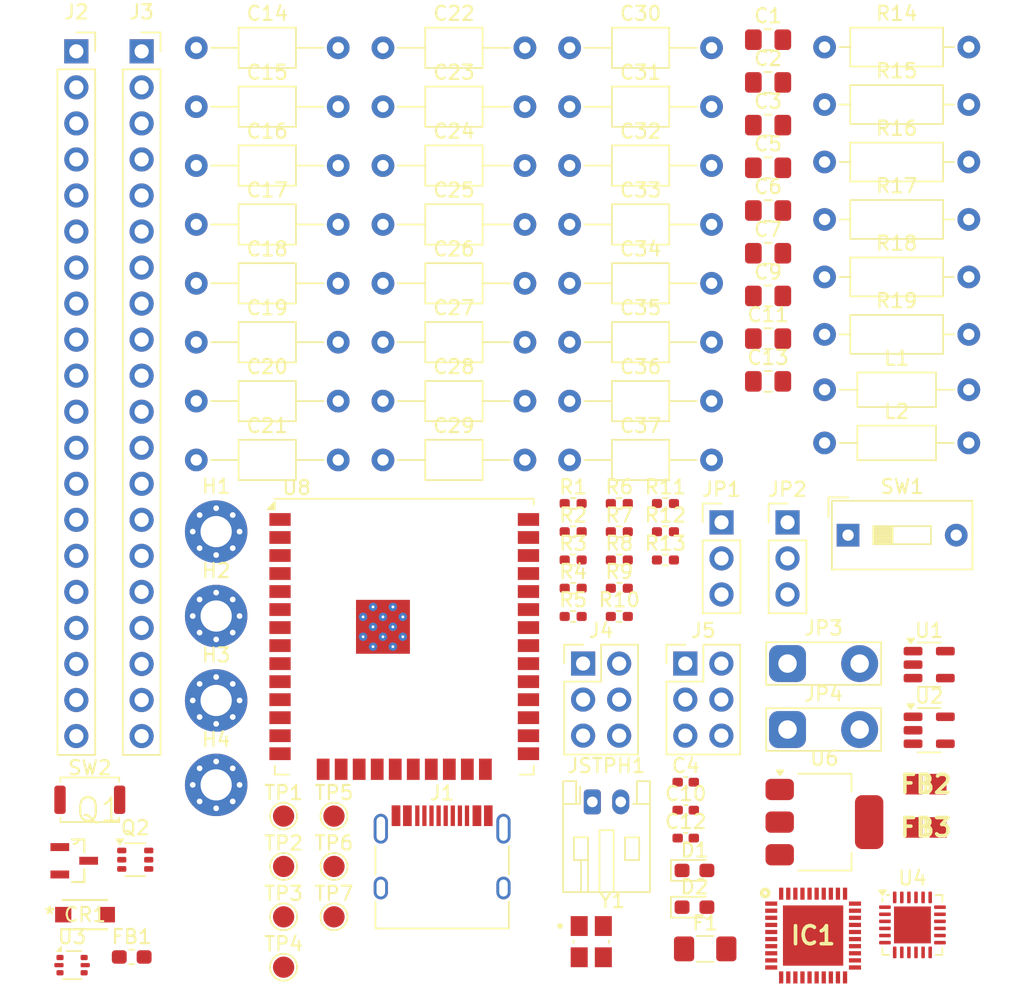
<source format=kicad_pcb>
(kicad_pcb (version 20240108) (generator "pcbnew") (generator_version "8.0")
  (layers (0 "F.Cu" signal) (31 "B.Cu" signal) (34 "B.Paste" user) (35 "F.Paste" user) (36 "B.SilkS" user "B.Silkscreen") (37 "F.SilkS" user "F.Silkscreen") (38 "B.Mask" user) (39 "F.Mask" user) (44 "Edge.Cuts" user))
  (net 0 "")
  (net 1 "GND")
  (net 2 "Net-(Q1-S)")
  (net 3 "+3V3")
  (net 4 "/GPIO39_A3_BAT_%")
  (net 5 "+V_BAT")
  (net 6 "/EN{slash}RESET")
  (net 7 "+3.3VA")
  (net 8 "+5V")
  (net 9 "Net-(IC1-SVDD)")
  (net 10 "Net-(IC1-TVDD)")
  (net 11 "Net-(IC1-AVDD)")
  (net 12 "Net-(IC1-OSCIN)")
  (net 13 "Net-(IC1-OSCOUT)")
  (net 14 "Net-(C26-Pad2)")
  (net 15 "Net-(IC1-VMID)")
  (net 16 "Net-(IC1-RX)")
  (net 17 "Net-(C28-Pad1)")
  (net 18 "Net-(C29-Pad1)")
  (net 19 "Net-(C30-Pad1)")
  (net 20 "Net-(C31-Pad2)")
  (net 21 "+V_USB")
  (net 22 "Net-(D1-K)")
  (net 23 "Net-(D2-A)")
  (net 24 "Net-(F1-Pad1)")
  (net 25 "/PN532_SIGOUT")
  (net 27 "Net-(IC1-TX2)")
  (net 29 "/PN532_RSTPD_N")
  (net 30 "/PN532_NSS_SCL_RX")
  (net 31 "/PN532_P35")
  (net 32 "/PN532_AUX2")
  (net 33 "/PN532_P34_SIC_CLK")
  (net 34 "Net-(IC1-TX1)")
  (net 35 "/PN532_SEL0")
  (net 36 "/PN532_P30_UART_RX")
  (net 37 "/PN532_RSTOUT_N")
  (net 38 "/PN532_P33")
  (net 39 "/PN532_MOSI_SDA_TX")
  (net 40 "/PN532_SEL1")
  (net 41 "/PN532_AUX1")
  (net 43 "/PN532_P31_UART_TX")
  (net 44 "/PN532_SIGIN")
  (net 45 "/PN532_P32")
  (net 47 "/PN532_IRQ")
  (net 48 "Net-(IC1-SCK_{slash}_P72)")
  (net 49 "Net-(IC1-MISO_{slash}_P71)")
  (net 50 "Net-(J1-D--PadA7)")
  (net 51 "Net-(J1-CC2)")
  (net 53 "Net-(J1-CC1)")
  (net 54 "Net-(J1-D+-PadA6)")
  (net 56 "/GPIO33_A9")
  (net 57 "/GPIO07_SPI_MISO")
  (net 58 "/GPIO34_A2")
  (net 59 "/GPIO26_A0")
  (net 60 "/GPIO22_I2C_SCL")
  (net 61 "/GPIO08_SPI_MOSI")
  (net 62 "/GPIO09_SPI_HD")
  (net 63 "/GPIO10_SPI_WP")
  (net 64 "/GPIO25_A1")
  (net 65 "/GPIO06_SPI_CLK")
  (net 66 "/GPIO32_A7")
  (net 67 "/GPIO27_A10")
  (net 68 "/GPIO11_SPI_CS")
  (net 69 "/GPIO21_I2C_SDA")
  (net 70 "/GPIO23")
  (net 71 "/GPIO17_UART2_TX")
  (net 72 "/GPIO4_A5")
  (net 73 "/GPIO12_A11")
  (net 74 "/GPIO18")
  (net 75 "/GPIO36_A4")
  (net 76 "/GPIO35_A13")
  (net 77 "/GPIO13_A12")
  (net 78 "/GPIO15_A8")
  (net 79 "/GPIO14_A6")
  (net 80 "/GPIO16_UART2_RX")
  (net 81 "/GPIO19")
  (net 82 "Net-(Q1-D)")
  (net 83 "/RTS")
  (net 84 "/DTR")
  (net 85 "/IO0")
  (net 86 "Net-(U1-PROG)")
  (net 87 "Net-(U2-EN)")
  (net 88 "Net-(U1-STAT)")
  (net 89 "Net-(U4-~{RST})")
  (net 90 "/RX")
  (net 91 "Net-(U4-TXD)")
  (net 92 "/TX")
  (net 93 "Net-(U4-RXD)")
  (net 94 "Net-(R14-Pad1)")
  (net 95 "Net-(R15-Pad2)")
  (net 97 "Net-(U4-D-)")
  (net 98 "Net-(U4-D+)")
  (net 101 "Net-(U4-VPP)")
  (footprint "7M-27.120MAAJ-T:XTAL_7M-27.120MAAJ-T" (layer "F.Cu") (at 57.125 83.4925)
    (property "Reference" "Y1" (at 1.475 -2.885 0) (layer "F.SilkS"))
    (property "Value" "27.12M")
    (pad "1" smd rect (at -0.85 -1.1) (size 1.2 1.4) (layers "F.Cu" "F.Paste" "F.Mask") (net 12 "Net-(IC1-OSCIN)"))
    (pad "2" smd rect (at -0.85 1.1) (size 1.2 1.4) (layers "F.Cu" "F.Paste" "F.Mask") (net 13 "Net-(IC1-OSCOUT)"))
    (pad "3" smd rect (at 0.85 1.1) (size 1.2 1.4) (layers "F.Cu" "F.Paste" "F.Mask"))
    (pad "4" smd rect (at 0.85 -1.1) (size 1.2 1.4) (layers "F.Cu" "F.Paste" "F.Mask"))
  )
  (footprint "Capacitor_THT:C_Axial_L3.8mm_D2.6mm_P10.00mm_Horizontal" (layer "F.Cu") (at 29.3 32.9425)
    (property "Reference" "C17" (at 5 -2.42 0) (layer "F.SilkS"))
    (property "Value" "0.1u")
    (pad "1" thru_hole circle (at 0 0) (size 1.6 1.6) (drill 0.8) (layers "*.Cu" "*.Mask") (net 3 "+3V3"))
    (pad "2" thru_hole oval (at 10 0) (size 1.6 1.6) (drill 0.8) (layers "*.Cu" "*.Mask") (net 1 "GND"))
  )
  (footprint "Package_TO_SOT_SMD:SOT-363_SC-70-6" (layer "F.Cu") (at 25 77.7175)
    (property "Reference" "Q2" (at 0 -2.25 0) (layer "F.SilkS"))
    (property "Value" "UMH3N")
    (pad "1" smd roundrect (at -0.95 -0.65) (size 0.65 0.4) (layers "F.Cu" "F.Paste" "F.Mask") (net 84 "/DTR"))
    (pad "2" smd roundrect (at -0.95 0) (size 0.65 0.4) (layers "F.Cu" "F.Paste" "F.Mask") (net 83 "/RTS"))
    (pad "3" smd roundrect (at -0.95 0.65) (size 0.65 0.4) (layers "F.Cu" "F.Paste" "F.Mask") (net 83 "/RTS"))
    (pad "4" smd roundrect (at 0.95 0.65) (size 0.65 0.4) (layers "F.Cu" "F.Paste" "F.Mask") (net 6 "/EN{slash}RESET"))
    (pad "5" smd roundrect (at 0.95 0) (size 0.65 0.4) (layers "F.Cu" "F.Paste" "F.Mask") (net 84 "/DTR"))
    (pad "6" smd roundrect (at 0.95 -0.65) (size 0.65 0.4) (layers "F.Cu" "F.Paste" "F.Mask") (net 85 "/IO0"))
  )
  (footprint "Capacitor_THT:C_Axial_L3.8mm_D2.6mm_P10.00mm_Horizontal" (layer "F.Cu") (at 42.45 41.2425)
    (property "Reference" "C27" (at 5 -2.42 0) (layer "F.SilkS"))
    (property "Value" "0.1u")
    (pad "1" thru_hole circle (at 0 0) (size 1.6 1.6) (drill 0.8) (layers "*.Cu" "*.Mask") (net 15 "Net-(IC1-VMID)"))
    (pad "2" thru_hole oval (at 10 0) (size 1.6 1.6) (drill 0.8) (layers "*.Cu" "*.Mask") (net 1 "GND"))
  )
  (footprint "Capacitor_THT:C_Axial_L3.8mm_D2.6mm_P10.00mm_Horizontal" (layer "F.Cu") (at 42.45 37.0925)
    (property "Reference" "C26" (at 5 -2.42 0) (layer "F.SilkS"))
    (property "Value" "220p")
    (pad "1" thru_hole circle (at 0 0) (size 1.6 1.6) (drill 0.8) (layers "*.Cu" "*.Mask") (net 1 "GND"))
    (pad "2" thru_hole oval (at 10 0) (size 1.6 1.6) (drill 0.8) (layers "*.Cu" "*.Mask") (net 14 "Net-(C26-Pad2)"))
  )
  (footprint "Connector_JST:JST_PH_S2B-PH-K_1x02_P2.00mm_Horizontal" (layer "F.Cu") (at 57.2 73.6425)
    (property "Reference" "JSTPH1" (at 1 -2.55 0) (layer "F.SilkS"))
    (property "Value" "Battery Plug")
    (pad "1" thru_hole roundrect (at 0 0) (size 1.2 1.75) (drill 0.75) (layers "*.Cu" "*.Mask") (roundrect_rratio 0.208333) (net 1 "GND"))
    (pad "2" thru_hole oval (at 2 0) (size 1.2 1.75) (drill 0.75) (layers "*.Cu" "*.Mask") (net 5 "+V_BAT"))
  )
  (footprint "Capacitor_THT:C_Axial_L3.8mm_D2.6mm_P10.00mm_Horizontal" (layer "F.Cu") (at 55.6 45.3925)
    (property "Reference" "C36" (at 5 -2.42 0) (layer "F.SilkS"))
    (property "Value" "NC")
    (pad "1" thru_hole circle (at 0 0) (size 1.6 1.6) (drill 0.8) (layers "*.Cu" "*.Mask") (net 1 "GND"))
    (pad "2" thru_hole oval (at 10 0) (size 1.6 1.6) (drill 0.8) (layers "*.Cu" "*.Mask") (net 20 "Net-(C31-Pad2)"))
  )
  (footprint "Capacitor_SMD:C_0402_1005Metric_Pad0.74x0.62mm_HandSolder" (layer "F.Cu") (at 63.78 76.1925)
    (property "Reference" "C12" (at 0 -1.16 0) (layer "F.SilkS"))
    (property "Value" "100n")
    (pad "1" smd roundrect (at -0.5675 0) (size 0.735 0.62) (layers "F.Cu" "F.Paste" "F.Mask") (net 3 "+3V3"))
    (pad "2" smd roundrect (at 0.5675 0) (size 0.735 0.62) (layers "F.Cu" "F.Paste" "F.Mask") (net 1 "GND"))
  )
  (footprint "Resistor_SMD:R_0402_1005Metric_Pad0.72x0.64mm_HandSolder" (layer "F.Cu") (at 59.1 58.5825)
    (property "Reference" "R9" (at 0 -1.17 0) (layer "F.SilkS"))
    (property "Value" "10K")
    (pad "1" smd roundrect (at -0.5975 0) (size 0.715 0.64) (layers "F.Cu" "F.Paste" "F.Mask") (net 3 "+3V3"))
    (pad "2" smd roundrect (at 0.5975 0) (size 0.715 0.64) (layers "F.Cu" "F.Paste" "F.Mask") (net 6 "/EN{slash}RESET"))
  )
  (footprint "Resistor_SMD:R_0402_1005Metric_Pad0.72x0.64mm_HandSolder" (layer "F.Cu") (at 62.35 56.5925)
    (property "Reference" "R13" (at 0 -1.17 0) (layer "F.SilkS"))
    (property "Value" "10K")
    (pad "1" smd roundrect (at -0.5975 0) (size 0.715 0.64) (layers "F.Cu" "F.Paste" "F.Mask") (net 4 "/GPIO39_A3_BAT_%"))
    (pad "2" smd roundrect (at 0.5975 0) (size 0.715 0.64) (layers "F.Cu" "F.Paste" "F.Mask") (net 1 "GND"))
  )
  (footprint "Capacitor_THT:C_Axial_L3.8mm_D2.6mm_P10.00mm_Horizontal" (layer "F.Cu") (at 29.3 24.6425)
    (property "Reference" "C15" (at 5 -2.42 0) (layer "F.SilkS"))
    (property "Value" "0.1u")
    (pad "1" thru_hole circle (at 0 0) (size 1.6 1.6) (drill 0.8) (layers "*.Cu" "*.Mask") (net 3 "+3V3"))
    (pad "2" thru_hole oval (at 10 0) (size 1.6 1.6) (drill 0.8) (layers "*.Cu" "*.Mask") (net 1 "GND"))
  )
  (footprint "Capacitor_THT:C_Axial_L3.8mm_D2.6mm_P10.00mm_Horizontal" (layer "F.Cu") (at 55.6 41.2425)
    (property "Reference" "C35" (at 5 -2.42 0) (layer "F.SilkS"))
    (property "Value" "100p")
    (pad "1" thru_hole circle (at 0 0) (size 1.6 1.6) (drill 0.8) (layers "*.Cu" "*.Mask") (net 19 "Net-(C30-Pad1)"))
    (pad "2" thru_hole oval (at 10 0) (size 1.6 1.6) (drill 0.8) (layers "*.Cu" "*.Mask") (net 1 "GND"))
  )
  (footprint "Inductor_SMD:L_0603_1608Metric_Pad1.05x0.95mm_HandSolder" (layer "F.Cu") (at 24.75 84.5725)
    (property "Reference" "FB1" (at 0 -1.43 0) (layer "F.SilkS"))
    (property "Value" "BLM21PG221")
    (pad "1" smd roundrect (at -0.875 0) (size 1.05 0.95) (layers "F.Cu" "F.Paste" "F.Mask") (net 21 "+V_USB"))
    (pad "2" smd roundrect (at 0.875 0) (size 1.05 0.95) (layers "F.Cu" "F.Paste" "F.Mask") (net 24 "Net-(F1-Pad1)"))
  )
  (footprint "Inductor_THT:L_Axial_L5.3mm_D2.2mm_P10.16mm_Horizontal_Vishay_IM-1" (layer "F.Cu") (at 73.56 48.3425)
    (property "Reference" "L2" (at 5.08 -2.22 0) (layer "F.SilkS"))
    (property "Value" "560n")
    (pad "1" thru_hole circle (at 0 0) (size 1.6 1.6) (drill 0.8) (layers "*.Cu" "*.Mask") (net 18 "Net-(C29-Pad1)"))
    (pad "2" thru_hole oval (at 10.16 0) (size 1.6 1.6) (drill 0.8) (layers "*.Cu" "*.Mask") (net 34 "Net-(IC1-TX1)"))
  )
  (footprint "Capacitor_SMD:C_0805_2012Metric_Pad1.18x1.45mm_HandSolder" (layer "F.Cu") (at 69.58 34.9725)
    (property "Reference" "C7" (at 0 -1.68 0) (layer "F.SilkS"))
    (property "Value" "4u7")
    (pad "1" smd roundrect (at -1.0375 0) (size 1.175 1.45) (layers "F.Cu" "F.Paste" "F.Mask") (roundrect_rratio 0.212766) (net 8 "+5V"))
    (pad "2" smd roundrect (at 1.0375 0) (size 1.175 1.45) (layers "F.Cu" "F.Paste" "F.Mask") (roundrect_rratio 0.212766) (net 1 "GND"))
  )
  (footprint "Capacitor_SMD:C_0402_1005Metric_Pad0.74x0.62mm_HandSolder" (layer "F.Cu") (at 63.78 74.2225)
    (property "Reference" "C10" (at 0 -1.16 0) (layer "F.SilkS"))
    (property "Value" "1u")
    (pad "1" smd roundrect (at -0.5675 0) (size 0.735 0.62) (layers "F.Cu" "F.Paste" "F.Mask") (net 6 "/EN{slash}RESET"))
    (pad "2" smd roundrect (at 0.5675 0) (size 0.735 0.62) (layers "F.Cu" "F.Paste" "F.Mask") (net 1 "GND"))
  )
  (footprint "Inductor_THT:L_Axial_L5.3mm_D2.2mm_P10.16mm_Horizontal_Vishay_IM-1" (layer "F.Cu") (at 73.56 44.5925)
    (property "Reference" "L1" (at 5.08 -2.22 0) (layer "F.SilkS"))
    (property "Value" "560n")
    (pad "1" thru_hole circle (at 0 0) (size 1.6 1.6) (drill 0.8) (layers "*.Cu" "*.Mask") (net 14 "Net-(C26-Pad2)"))
    (pad "2" thru_hole oval (at 10.16 0) (size 1.6 1.6) (drill 0.8) (layers "*.Cu" "*.Mask") (net 27 "Net-(IC1-TX2)"))
  )
  (footprint "Resistor_SMD:R_0402_1005Metric_Pad0.72x0.64mm_HandSolder" (layer "F.Cu") (at 55.85 60.5725)
    (property "Reference" "R5" (at 0 -1.17 0) (layer "F.SilkS"))
    (property "Value" "5k1")
    (pad "1" smd roundrect (at -0.5975 0) (size 0.715 0.64) (layers "F.Cu" "F.Paste" "F.Mask") (net 53 "Net-(J1-CC1)"))
    (pad "2" smd roundrect (at 0.5975 0) (size 0.715 0.64) (layers "F.Cu" "F.Paste" "F.Mask") (net 1 "GND"))
  )
  (footprint "Package_TO_SOT_SMD:SOT-23-5" (layer "F.Cu") (at 80.93 63.9675)
    (property "Reference" "U1" (at 0 -2.4 0) (layer "F.SilkS"))
    (property "Value" "MCP73831-2-OT")
    (pad "1" smd roundrect (at -1.1375 -0.95) (size 1.325 0.6) (layers "F.Cu" "F.Paste" "F.Mask") (net 88 "Net-(U1-STAT)"))
    (pad "2" smd roundrect (at -1.1375 0) (size 1.325 0.6) (layers "F.Cu" "F.Paste" "F.Mask") (net 1 "GND"))
    (pad "3" smd roundrect (at -1.1375 0.95) (size 1.325 0.6) (layers "F.Cu" "F.Paste" "F.Mask") (net 5 "+V_BAT"))
    (pad "4" smd roundrect (at 1.1375 0.95) (size 1.325 0.6) (layers "F.Cu" "F.Paste" "F.Mask") (net 21 "+V_USB"))
    (pad "5" smd roundrect (at 1.1375 -0.95) (size 1.325 0.6) (layers "F.Cu" "F.Paste" "F.Mask") (net 86 "Net-(U1-PROG)"))
  )
  (footprint "DGM3415U:SOT95P240X105-3N" (layer "F.Cu") (at 20.7014 77.7923)
    (property "Reference" "Q1" (at 1.753325 -3.582895 0) (layer "F.SilkS") (effects (font (size 1.640685 1.640685))))
    (property "Value" "DMG3415U")
    (pad "1" smd rect (at -1.016 -0.9652) (size 1.3208 0.5588) (layers "F.Cu" "F.Paste" "F.Mask") (net 21 "+V_USB"))
    (pad "2" smd rect (at -1.016 0.9652) (size 1.3208 0.5588) (layers "F.Cu" "F.Paste" "F.Mask") (net 2 "Net-(Q1-S)"))
    (pad "3" smd rect (at 1.016 0) (size 1.3208 0.5588) (layers "F.Cu" "F.Paste" "F.Mask") (net 82 "Net-(Q1-D)"))
  )
  (footprint "Connector_USB:USB_C_Receptacle_HRO_TYPE-C-31-M-12" (layer "F.Cu") (at 46.62 78.6625)
    (property "Reference" "J1" (at 0 -5.645 0) (layer "F.SilkS"))
    (property "Value" "USB_C_Receptacle_USB2.0_16P")
    (pad "" np_thru_hole circle (at -2.89 -2.6) (size 0.65 0.65) (drill 0.65) (layers "*.Cu" "*.Mask"))
    (pad "" np_thru_hole circle (at 2.89 -2.6) (size 0.65 0.65) (drill 0.65) (layers "*.Cu" "*.Mask"))
    (pad "A1" smd rect (at -3.25 -4.045) (size 0.6 1.45) (layers "F.Cu" "F.Paste" "F.Mask") (net 1 "GND"))
    (pad "A4" smd rect (at -2.45 -4.045) (size 0.6 1.45) (layers "F.Cu" "F.Paste" "F.Mask") (net 21 "+V_USB"))
    (pad "A5" smd rect (at -1.25 -4.045) (size 0.3 1.45) (layers "F.Cu" "F.Paste" "F.Mask") (net 53 "Net-(J1-CC1)"))
    (pad "A6" smd rect (at -0.25 -4.045) (size 0.3 1.45) (layers "F.Cu" "F.Paste" "F.Mask") (net 54 "Net-(J1-D+-PadA6)"))
    (pad "A7" smd rect (at 0.25 -4.045) (size 0.3 1.45) (layers "F.Cu" "F.Paste" "F.Mask") (net 50 "Net-(J1-D--PadA7)"))
    (pad "A8" smd rect (at 1.25 -4.045) (size 0.3 1.45) (layers "F.Cu" "F.Paste" "F.Mask"))
    (pad "A9" smd rect (at 2.45 -4.045) (size 0.6 1.45) (layers "F.Cu" "F.Paste" "F.Mask") (net 21 "+V_USB"))
    (pad "A12" smd rect (at 3.25 -4.045) (size 0.6 1.45) (layers "F.Cu" "F.Paste" "F.Mask") (net 1 "GND"))
    (pad "B1" smd rect (at 3.25 -4.045) (size 0.6 1.45) (layers "F.Cu" "F.Paste" "F.Mask") (net 1 "GND"))
    (pad "B4" smd rect (at 2.45 -4.045) (size 0.6 1.45) (layers "F.Cu" "F.Paste" "F.Mask") (net 21 "+V_USB"))
    (pad "B5" smd rect (at 1.75 -4.045) (size 0.3 1.45) (layers "F.Cu" "F.Paste" "F.Mask") (net 51 "Net-(J1-CC2)"))
    (pad "B6" smd rect (at 0.75 -4.045) (size 0.3 1.45) (layers "F.Cu" "F.Paste" "F.Mask") (net 54 "Net-(J1-D+-PadA6)"))
    (pad "B7" smd rect (at -0.75 -4.045) (size 0.3 1.45) (layers "F.Cu" "F.Paste" "F.Mask") (net 50 "Net-(J1-D--PadA7)"))
    (pad "B8" smd rect (at -1.75 -4.045) (size 0.3 1.45) (layers "F.Cu" "F.Paste" "F.Mask"))
    (pad "B9" smd rect (at -2.45 -4.045) (size 0.6 1.45) (layers "F.Cu" "F.Paste" "F.Mask") (net 21 "+V_USB"))
    (pad "B12" smd rect (at -3.25 -4.045) (size 0.6 1.45) (layers "F.Cu" "F.Paste" "F.Mask") (net 1 "GND"))
    (pad "S1" thru_hole oval (at -4.32 -3.13) (size 1 2.1) (drill oval 0.6 1.7) (layers "*.Cu" "*.Mask") (net 1 "GND"))
    (pad "S1" thru_hole oval (at -4.32 1.05) (size 1 1.6) (drill oval 0.6 1.2) (layers "*.Cu" "*.Mask") (net 1 "GND"))
    (pad "S1" thru_hole oval (at 4.32 -3.13) (size 1 2.1) (drill oval 0.6 1.7) (layers "*.Cu" "*.Mask") (net 1 "GND"))
    (pad "S1" thru_hole oval (at 4.32 1.05) (size 1 1.6) (drill oval 0.6 1.2) (layers "*.Cu" "*.Mask") (net 1 "GND"))
  )
  (footprint "Resistor_SMD:R_0402_1005Metric_Pad0.72x0.64mm_HandSolder" (layer "F.Cu") (at 62.35 52.6125)
    (property "Reference" "R11" (at 0 -1.17 0) (layer "F.SilkS"))
    (property "Value" "22R")
    (pad "1" smd roundrect (at -0.5975 0) (size 0.715 0.64) (layers "F.Cu" "F.Paste" "F.Mask") (net 93 "Net-(U4-RXD)"))
    (pad "2" smd roundrect (at 0.5975 0) (size 0.715 0.64) (layers "F.Cu" "F.Paste" "F.Mask") (net 92 "/TX"))
  )
  (footprint "Package_TO_SOT_SMD:SOT-223-3_TabPin2" (layer "F.Cu") (at 73.55 75.0675)
    (property "Reference" "U6" (at 0 -4.5 0) (layer "F.SilkS"))
    (property "Value" "AMS1117-5.0")
    (pad "1" smd roundrect (at -3.15 -2.3) (size 2 1.5) (layers "F.Cu" "F.Paste" "F.Mask") (net 1 "GND"))
    (pad "2" smd roundrect (at -3.15 0) (size 2 1.5) (layers "F.Cu" "F.Paste" "F.Mask") (net 8 "+5V"))
    (pad "2" smd roundrect (at 3.15 0) (size 2 3.8) (layers "F.Cu" "F.Paste" "F.Mask") (net 8 "+5V"))
    (pad "3" smd roundrect (at -3.15 2.3) (size 2 1.5) (layers "F.Cu" "F.Paste" "F.Mask") (net 2 "Net-(Q1-S)"))
  )
  (footprint "MBR120:SDO_SOD-123FL498_OSI" (layer "F.Cu") (at 21.4634 81.5894)
    (property "Reference" "CR1" (at 0 0 0) (layer "F.SilkS"))
    (property "Value" "MBR120")
    (fp_text user "*" (at -2.4892 0 0) (layer "F.SilkS"))
    (fp_text user "*" (at -2.4892 0 0) (layer "F.SilkS"))
    (pad "1" smd rect (at -1.5367 0) (size 1.143 1.0922) (layers "F.Cu" "F.Paste" "F.Mask") (net 2 "Net-(Q1-S)"))
    (pad "2" smd rect (at 1.5367 0) (size 1.143 1.0922) (layers "F.Cu" "F.Paste" "F.Mask") (net 21 "+V_USB"))
  )
  (footprint "Connector_PinHeader_2.54mm:PinHeader_1x03_P2.54mm_Vertical" (layer "F.Cu") (at 66.3 53.9425)
    (property "Reference" "JP1" (at 0 -2.33 0) (layer "F.SilkS"))
    (property "Value" "Conn_01x03_Pin")
    (pad "1" thru_hole rect (at 0 0) (size 1.7 1.7) (drill 1) (layers "*.Cu" "*.Mask") (net 3 "+3V3"))
    (pad "2" thru_hole oval (at 0 2.54) (size 1.7 1.7) (drill 1) (layers "*.Cu" "*.Mask") (net 35 "/PN532_SEL0"))
    (pad "3" thru_hole oval (at 0 5.08) (size 1.7 1.7) (drill 1) (layers "*.Cu" "*.Mask") (net 1 "GND"))
  )
  (footprint "Resistor_THT:R_Axial_DIN0207_L6.3mm_D2.5mm_P10.16mm_Horizontal" (layer "F.Cu") (at 73.56 36.6425)
    (property "Reference" "R18" (at 5.08 -2.37 0) (layer "F.SilkS"))
    (property "Value" "NC")
    (pad "1" thru_hole circle (at 0 0) (size 1.6 1.6) (drill 0.8) (layers "*.Cu" "*.Mask") (net 1 "GND"))
    (pad "2" thru_hole oval (at 10.16 0) (size 1.6 1.6) (drill 0.8) (layers "*.Cu" "*.Mask") (net 94 "Net-(R14-Pad1)"))
  )
  (footprint "Capacitor_THT:C_Axial_L3.8mm_D2.6mm_P10.00mm_Horizontal" (layer "F.Cu") (at 55.6 32.9425)
    (property "Reference" "C33" (at 5 -2.42 0) (layer "F.SilkS"))
    (property "Value" "22p")
    (pad "1" thru_hole circle (at 0 0) (size 1.6 1.6) (drill 0.8) (layers "*.Cu" "*.Mask") (net 19 "Net-(C30-Pad1)"))
    (pad "2" thru_hole oval (at 10 0) (size 1.6 1.6) (drill 0.8) (layers "*.Cu" "*.Mask") (net 18 "Net-(C29-Pad1)"))
  )
  (footprint "Capacitor_THT:C_Axial_L3.8mm_D2.6mm_P10.00mm_Horizontal" (layer "F.Cu") (at 55.6 24.6425)
    (property "Reference" "C31" (at 5 -2.42 0) (layer "F.SilkS"))
    (property "Value" "NC")
    (pad "1" thru_hole circle (at 0 0) (size 1.6 1.6) (drill 0.8) (layers "*.Cu" "*.Mask") (net 14 "Net-(C26-Pad2)"))
    (pad "2" thru_hole oval (at 10 0) (size 1.6 1.6) (drill 0.8) (layers "*.Cu" "*.Mask") (net 20 "Net-(C31-Pad2)"))
  )
  (footprint "Resistor_THT:R_Axial_DIN0207_L6.3mm_D2.5mm_P10.16mm_Horizontal" (layer "F.Cu") (at 73.56 24.4925)
    (property "Reference" "R15" (at 5.08 -2.37 0) (layer "F.SilkS"))
    (property "Value" "1.5")
    (pad "1" thru_hole circle (at 0 0) (size 1.6 1.6) (drill 0.8) (layers "*.Cu" "*.Mask") (net 19 "Net-(C30-Pad1)"))
    (pad "2" thru_hole oval (at 10.16 0) (size 1.6 1.6) (drill 0.8) (layers "*.Cu" "*.Mask") (net 95 "Net-(R15-Pad2)"))
  )
  (footprint "Capacitor_SMD:C_0805_2012Metric_Pad1.18x1.45mm_HandSolder" (layer "F.Cu") (at 69.58 40.9925)
    (property "Reference" "C11" (at 0 -1.68 0) (layer "F.SilkS"))
    (property "Value" "22u")
    (pad "1" smd roundrect (at -1.0375 0) (size 1.175 1.45) (layers "F.Cu" "F.Paste" "F.Mask") (roundrect_rratio 0.212766) (net 7 "+3.3VA"))
    (pad "2" smd roundrect (at 1.0375 0) (size 1.175 1.45) (layers "F.Cu" "F.Paste" "F.Mask") (roundrect_rratio 0.212766) (net 1 "GND"))
  )
  (footprint "Capacitor_THT:C_Axial_L3.8mm_D2.6mm_P10.00mm_Horizontal" (layer "F.Cu") (at 55.6 28.7925)
    (property "Reference" "C32" (at 5 -2.42 0) (layer "F.SilkS"))
    (property "Value" "22p")
    (pad "1" thru_hole circle (at 0 0) (size 1.6 1.6) (drill 0.8) (layers "*.Cu" "*.Mask") (net 14 "Net-(C26-Pad2)"))
    (pad "2" thru_hole oval (at 10 0) (size 1.6 1.6) (drill 0.8) (layers "*.Cu" "*.Mask") (net 20 "Net-(C31-Pad2)"))
  )
  (footprint "TestPoint:TestPoint_2Pads_Pitch5.08mm_Drill1.3mm" (layer "F.Cu") (at 70.95 68.5425)
    (property "Reference" "JP4" (at 2.54 -2.5 0) (layer "F.SilkS"))
    (property "Value" "PN532_SPI_MISO_JUMPER")
    (pad "1" thru_hole roundrect (at 0 0) (size 2.6 2.6) (drill 1.3) (layers "*.Cu" "*.Mask") (net 49 "Net-(IC1-MISO_{slash}_P71)"))
    (pad "2" thru_hole circle (at 5.08 0) (size 2.6 2.6) (drill 1.3) (layers "*.Cu" "*.Mask") (net 57 "/GPIO07_SPI_MISO"))
  )
  (footprint "Button_Switch_THT:SW_DIP_SPSTx01_Slide_9.78x4.72mm_W7.62mm_P2.54mm" (layer "F.Cu") (at 75.215 54.8425)
    (property "Reference" "SW1" (at 3.81 -3.42 0) (layer "F.SilkS"))
    (property "Value" "Power_Switch")
    (pad "1" thru_hole rect (at 0 0) (size 1.6 1.6) (drill 0.8) (layers "*.Cu" "*.Mask") (net 82 "Net-(Q1-D)"))
    (pad "2" thru_hole oval (at 7.62 0) (size 1.6 1.6) (drill 0.8) (layers "*.Cu" "*.Mask") (net 5 "+V_BAT"))
  )
  (footprint "TestPoint:TestPoint_Pad_D1.5mm" (layer "F.Cu") (at 39 74.6425)
    (property "Reference" "TP5" (at 0 -1.648 0) (layer "F.SilkS"))
    (property "Value" "TX2_PRE")
    (pad "1" smd circle (at 0 0) (size 1.5 1.5) (layers "F.Cu" "F.Mask") (net 94 "Net-(R14-Pad1)"))
  )
  (footprint "Capacitor_SMD:C_0805_2012Metric_Pad1.18x1.45mm_HandSolder" (layer "F.Cu") (at 69.58 37.9825)
    (property "Reference" "C9" (at 0 -1.68 0) (layer "F.SilkS"))
    (property "Value" "22u")
    (pad "1" smd roundrect (at -1.0375 0) (size 1.175 1.45) (layers "F.Cu" "F.Paste" "F.Mask") (roundrect_rratio 0.212766) (net 3 "+3V3"))
    (pad "2" smd roundrect (at 1.0375 0) (size 1.175 1.45) (layers "F.Cu" "F.Paste" "F.Mask") (roundrect_rratio 0.212766) (net 1 "GND"))
  )
  (footprint "TestPoint:TestPoint_Pad_D1.5mm" (layer "F.Cu") (at 35.45 78.1925)
    (property "Reference" "TP2" (at 0 -1.648 0) (layer "F.SilkS"))
    (property "Value" "TX2_POST")
    (pad "1" smd circle (at 0 0) (size 1.5 1.5) (layers "F.Cu" "F.Mask") (net 14 "Net-(C26-Pad2)"))
  )
  (footprint "Capacitor_THT:C_Axial_L3.8mm_D2.6mm_P10.00mm_Horizontal" (layer "F.Cu") (at 42.45 45.3925)
    (property "Reference" "C28" (at 5 -2.42 0) (layer "F.SilkS"))
    (property "Value" "1000p")
    (pad "1" thru_hole circle (at 0 0) (size 1.6 1.6) (drill 0.8) (layers "*.Cu" "*.Mask") (net 17 "Net-(C28-Pad1)"))
    (pad "2" thru_hole oval (at 10 0) (size 1.6 1.6) (drill 0.8) (layers "*.Cu" "*.Mask") (net 16 "Net-(IC1-RX)"))
  )
  (footprint "Capacitor_THT:C_Axial_L3.8mm_D2.6mm_P10.00mm_Horizontal" (layer "F.Cu") (at 29.3 41.2425)
    (property "Reference" "C19" (at 5 -2.42 0) (layer "F.SilkS"))
    (property "Value" "0.1u")
    (pad "1" thru_hole circle (at 0 0) (size 1.6 1.6) (drill 0.8) (layers "*.Cu" "*.Mask") (net 3 "+3V3"))
    (pad "2" thru_hole oval (at 10 0) (size 1.6 1.6) (drill 0.8) (layers "*.Cu" "*.Mask") (net 1 "GND"))
  )
  (footprint "Capacitor_SMD:C_0805_2012Metric_Pad1.18x1.45mm_HandSolder" (layer "F.Cu") (at 69.58 19.9225)
    (property "Reference" "C1" (at 0 -1.68 0) (layer "F.SilkS"))
    (property "Value" "100n")
    (pad "1" smd roundrect (at -1.0375 0) (size 1.175 1.45) (layers "F.Cu" "F.Paste" "F.Mask") (roundrect_rratio 0.212766) (net 2 "Net-(Q1-S)"))
    (pad "2" smd roundrect (at 1.0375 0) (size 1.175 1.45) (layers "F.Cu" "F.Paste" "F.Mask") (roundrect_rratio 0.212766) (net 1 "GND"))
  )
  (footprint "Resistor_SMD:R_0402_1005Metric_Pad0.72x0.64mm_HandSolder" (layer "F.Cu") (at 59.1 60.5725)
    (property "Reference" "R10" (at 0 -1.17 0) (layer "F.SilkS"))
    (property "Value" "22R")
    (pad "1" smd roundrect (at -0.5975 0) (size 0.715 0.64) (layers "F.Cu" "F.Paste" "F.Mask") (net 91 "Net-(U4-TXD)"))
    (pad "2" smd roundrect (at 0.5975 0) (size 0.715 0.64) (layers "F.Cu" "F.Paste" "F.Mask") (net 90 "/RX"))
  )
  (footprint "Capacitor_THT:C_Axial_L3.8mm_D2.6mm_P10.00mm_Horizontal" (layer "F.Cu") (at 42.45 28.7925)
    (property "Reference" "C24" (at 5 -2.42 0) (layer "F.SilkS"))
    (property "Value" "33p")
    (pad "1" thru_hole circle (at 0 0) (size 1.6 1.6) (drill 0.8) (layers "*.Cu" "*.Mask") (net 1 "GND"))
    (pad "2" thru_hole oval (at 10 0) (size 1.6 1.6) (drill 0.8) (layers "*.Cu" "*.Mask") (net 12 "Net-(IC1-OSCIN)"))
  )
  (footprint "Connector_PinHeader_2.54mm:PinHeader_2x03_P2.54mm_Vertical" (layer "F.Cu") (at 63.75 63.8925)
    (property "Reference" "J5" (at 1.27 -2.33 0) (layer "F.SilkS"))
    (property "Value" "Conn_02x03_Counter_Clockwise")
    (pad "1" thru_hole rect (at 0 0) (size 1.7 1.7) (drill 1) (layers "*.Cu" "*.Mask") (net 30 "/PN532_NSS_SCL_RX"))
    (pad "2" thru_hole oval (at 2.54 0) (size 1.7 1.7) (drill 1) (layers "*.Cu" "*.Mask") (net 60 "/GPIO22_I2C_SCL"))
    (pad "3" thru_hole oval (at 0 2.54) (size 1.7 1.7) (drill 1) (layers "*.Cu" "*.Mask") (net 30 "/PN532_NSS_SCL_RX"))
    (pad "4" thru_hole oval (at 2.54 2.54) (size 1.7 1.7) (drill 1) (layers "*.Cu" "*.Mask") (net 68 "/GPIO11_SPI_CS"))
    (pad "5" thru_hole oval (at 0 5.08) (size 1.7 1.7) (drill 1) (layers "*.Cu" "*.Mask") (net 30 "/PN532_NSS_SCL_RX"))
    (pad "6" thru_hole oval (at 2.54 5.08) (size 1.7 1.7) (drill 1) (layers "*.Cu" "*.Mask") (net 71 "/GPIO17_UART2_TX"))
  )
  (footprint "MountingHole:MountingHole_2.2mm_M2_Pad_Via" (layer "F.Cu") (at 30.7 60.5425)
    (property "Reference" "H2" (at 0 -3.2 0) (layer "F.SilkS"))
    (property "Value" "Hole_Pad")
    (pad "1" thru_hole circle (at -1.65 0) (size 0.7 0.7) (drill 0.4) (layers "*.Cu" "*.Mask") (net 1 "GND"))
    (pad "1" thru_hole circle (at -1.166726 -1.166726) (size 0.7 0.7) (drill 0.4) (layers "*.Cu" "*.Mask") (net 1 "GND"))
    (pad "1" thru_hole circle (at -1.166726 1.166726) (size 0.7 0.7) (drill 0.4) (layers "*.Cu" "*.Mask") (net 1 "GND"))
    (pad "1" thru_hole circle (at 0 -1.65) (size 0.7 0.7) (drill 0.4) (layers "*.Cu" "*.Mask") (net 1 "GND"))
    (pad "1" thru_hole circle (at 0 0) (size 4.4 4.4) (drill 2.2) (layers "*.Cu" "*.Mask") (net 1 "GND"))
    (pad "1" thru_hole circle (at 0 1.65) (size 0.7 0.7) (drill 0.4) (layers "*.Cu" "*.Mask") (net 1 "GND"))
    (pad "1" thru_hole circle (at 1.166726 -1.166726) (size 0.7 0.7) (drill 0.4) (layers "*.Cu" "*.Mask") (net 1 "GND"))
    (pad "1" thru_hole circle (at 1.166726 1.166726) (size 0.7 0.7) (drill 0.4) (layers "*.Cu" "*.Mask") (net 1 "GND"))
    (pad "1" thru_hole circle (at 1.65 0) (size 0.7 0.7) (drill 0.4) (layers "*.Cu" "*.Mask") (net 1 "GND"))
  )
  (footprint "Package_DFN_QFN:QFN-24-1EP_4x4mm_P0.5mm_EP2.6x2.6mm" (layer "F.Cu") (at 79.75 82.3125)
    (property "Reference" "U4" (at 0 -3.3 0) (layer "F.SilkS"))
    (property "Value" "CP2104")
    (pad "1" smd roundrect (at -1.9375 -1.25) (size 0.825 0.25) (layers "F.Cu" "F.Paste" "F.Mask"))
    (pad "2" smd roundrect (at -1.9375 -0.75) (size 0.825 0.25) (layers "F.Cu" "F.Paste" "F.Mask") (net 1 "GND"))
    (pad "3" smd roundrect (at -1.9375 -0.25) (size 0.825 0.25) (layers "F.Cu" "F.Paste" "F.Mask") (net 98 "Net-(U4-D+)"))
    (pad "4" smd roundrect (at -1.9375 0.25) (size 0.825 0.25) (layers "F.Cu" "F.Paste" "F.Mask") (net 97 "Net-(U4-D-)"))
    (pad "5" smd roundrect (at -1.9375 0.75) (size 0.825 0.25) (layers "F.Cu" "F.Paste" "F.Mask") (net 7 "+3.3VA"))
    (pad "6" smd roundrect (at -1.9375 1.25) (size 0.825 0.25) (layers "F.Cu" "F.Paste" "F.Mask") (net 7 "+3.3VA"))
    (pad "7" smd roundrect (at -1.25 1.9375) (size 0.25 0.825) (layers "F.Cu" "F.Paste" "F.Mask") (net 8 "+5V"))
    (pad "8" smd roundrect (at -0.75 1.9375) (size 0.25 0.825) (layers "F.Cu" "F.Paste" "F.Mask") (net 8 "+5V"))
    (pad "9" smd roundrect (at -0.25 1.9375) (size 0.25 0.825) (layers "F.Cu" "F.Paste" "F.Mask") (net 89 "Net-(U4-~{RST})"))
    (pad "10" smd roundrect (at 0.25 1.9375) (size 0.25 0.825) (layers "F.Cu" "F.Paste" "F.Mask"))
    (pad "11" smd roundrect (at 0.75 1.9375) (size 0.25 0.825) (layers "F.Cu" "F.Paste" "F.Mask"))
    (pad "12" smd roundrect (at 1.25 1.9375) (size 0.25 0.825) (layers "F.Cu" "F.Paste" "F.Mask"))
    (pad "13" smd roundrect (at 1.9375 1.25) (size 0.825 0.25) (layers "F.Cu" "F.Paste" "F.Mask"))
    (pad "14" smd roundrect (at 1.9375 0.75) (size 0.825 0.25) (layers "F.Cu" "F.Paste" "F.Mask"))
    (pad "15" smd roundrect (at 1.9375 0.25) (size 0.825 0.25) (layers "F.Cu" "F.Paste" "F.Mask"))
    (pad "16" smd roundrect (at 1.9375 -0.25) (size 0.825 0.25) (layers "F.Cu" "F.Paste" "F.Mask") (net 101 "Net-(U4-VPP)"))
    (pad "17" smd roundrect (at 1.9375 -0.75) (size 0.825 0.25) (layers "F.Cu" "F.Paste" "F.Mask"))
    (pad "18" smd roundrect (at 1.9375 -1.25) (size 0.825 0.25) (layers "F.Cu" "F.Paste" "F.Mask"))
    (pad "19" smd roundrect (at 1.25 -1.9375) (size 0.25 0.825) (layers "F.Cu" "F.Paste" "F.Mask") (net 83 "/RTS"))
    (pad "20" smd roundrect (at 0.75 -1.9375) (size 0.25 0.825) (layers "F.Cu" "F.Paste" "F.Mask") (net 93 "Net-(U4-RXD)"))
    (pad "21" smd roundrect (at 0.25 -1.9375) (size 0.25 0.825) (layers "F.Cu" "F.Paste" "F.Mask") (net 91 "Net-(U4-TXD)"))
    (pad "22" smd roundrect (at -0.25 -1.9375) (size 0.25 0.825) (layers "F.Cu" "F.Paste" "F.Mask"))
    (pad "23" smd roundrect (at -0.75 -1.9375) (size 0.25 0.825) (layers "F.Cu" "F.Paste" "F.Mask") (net 84 "/DTR"))
    (pad "24" smd roundrect (at -1.25 -1.9375) (size 0.25 0.825) (layers "F.Cu" "F.Paste" "F.Mask"))
    (pad "25" smd rect (at 0 0) (size 2.6 2.6) (property pad_prop_heatsink) (layers "F.Cu" "F.Mask") (net 1 "GND"))
  )
  (footprint "Resistor_THT:R_Axial_DIN0207_L6.3mm_D2.5mm_P10.16mm_Horizontal" (layer "F.Cu") (at 73.56 20.4425)
    (property "Reference" "R14" (at 5.08 -2.37 0) (layer "F.SilkS"))
    (property "Value" "1.5")
    (pad "1" thru_hole circle (at 0 0) (size 1.6 1.6) (drill 0.8) (layers "*.Cu" "*.Mask") (net 94 "Net-(R14-Pad1)"))
    (pad "2" thru_hole oval (at 10.16 0) (size 1.6 1.6) (drill 0.8) (layers "*.Cu" "*.Mask") (net 20 "Net-(C31-Pad2)"))
  )
  (footprint "Resistor_SMD:R_0402_1005Metric_Pad0.72x0.64mm_HandSolder" (layer "F.Cu") (at 55.85 56.5925)
    (property "Reference" "R3" (at 0 -1.17 0) (layer "F.SilkS"))
    (property "Value" "100k")
    (pad "1" smd roundrect (at -0.5975 0) (size 0.715 0.64) (layers "F.Cu" "F.Paste" "F.Mask") (net 2 "Net-(Q1-S)"))
    (pad "2" smd roundrect (at 0.5975 0) (size 0.715 0.64) (layers "F.Cu" "F.Paste" "F.Mask") (net 87 "Net-(U2-EN)"))
  )
  (footprint "TestPoint:TestPoint_Pad_D1.5mm" (layer "F.Cu") (at 39 81.7425)
    (property "Reference" "TP7" (at 0 -1.648 0) (layer "F.SilkS"))
    (property "Value" "TGND")
    (pad "1" smd circle (at 0 0) (size 1.5 1.5) (layers "F.Cu" "F.Mask") (net 1 "GND"))
  )
  (footprint "Connector_PinSocket_2.54mm:PinSocket_1x20_P2.54mm_Vertical" (layer "F.Cu") (at 20.85 20.7425)
    (property "Reference" "J2" (at 0 -2.77 0) (layer "F.SilkS"))
    (property "Value" "Conn_01x20")
    (pad "1" thru_hole rect (at 0 0) (size 1.7 1.7) (drill 1) (layers "*.Cu" "*.Mask") (net 3 "+3V3"))
    (pad "2" thru_hole oval (at 0 2.54) (size 1.7 1.7) (drill 1) (layers "*.Cu" "*.Mask") (net 1 "GND"))
    (pad "3" thru_hole oval (at 0 5.08) (size 1.7 1.7) (drill 1) (layers "*.Cu" "*.Mask") (net 3 "+3V3"))
    (pad "4" thru_hole oval (at 0 7.62) (size 1.7 1.7) (drill 1) (layers "*.Cu" "*.Mask") (net 1 "GND"))
    (pad "5" thru_hole oval (at 0 10.16) (size 1.7 1.7) (drill 1) (layers "*.Cu" "*.Mask") (net 8 "+5V"))
    (pad "6" thru_hole oval (at 0 12.7) (size 1.7 1.7) (drill 1) (layers "*.Cu" "*.Mask") (net 1 "GND"))
    (pad "7" thru_hole oval (at 0 15.24) (size 1.7 1.7) (drill 1) (layers "*.Cu" "*.Mask") (net 69 "/GPIO21_I2C_SDA"))
    (pad "8" thru_hole oval (at 0 17.78) (size 1.7 1.7) (drill 1) (layers "*.Cu" "*.Mask") (net 60 "/GPIO22_I2C_SCL"))
    (pad "9" thru_hole oval (at 0 20.32) (size 1.7 1.7) (drill 1) (layers "*.Cu" "*.Mask") (net 57 "/GPIO07_SPI_MISO"))
    (pad "10" thru_hole oval (at 0 22.86) (size 1.7 1.7) (drill 1) (layers "*.Cu" "*.Mask") (net 61 "/GPIO08_SPI_MOSI"))
    (pad "11" thru_hole oval (at 0 25.4) (size 1.7 1.7) (drill 1) (layers "*.Cu" "*.Mask") (net 62 "/GPIO09_SPI_HD"))
    (pad "12" thru_hole oval (at 0 27.94) (size 1.7 1.7) (drill 1) (layers "*.Cu" "*.Mask") (net 63 "/GPIO10_SPI_WP"))
    (pad "13" thru_hole oval (at 0 30.48) (size 1.7 1.7) (drill 1) (layers "*.Cu" "*.Mask") (net 65 "/GPIO06_SPI_CLK"))
    (pad "14" thru_hole oval (at 0 33.02) (size 1.7 1.7) (drill 1) (layers "*.Cu" "*.Mask") (net 68 "/GPIO11_SPI_CS"))
    (pad "15" thru_hole oval (at 0 35.56) (size 1.7 1.7) (drill 1) (layers "*.Cu" "*.Mask") (net 64 "/GPIO25_A1"))
    (pad "16" thru_hole oval (at 0 38.1) (size 1.7 1.7) (drill 1) (layers "*.Cu" "*.Mask") (net 59 "/GPIO26_A0"))
    (pad "17" thru_hole oval (at 0 40.64) (size 1.7 1.7) (drill 1) (layers "*.Cu" "*.Mask") (net 67 "/GPIO27_A10"))
    (pad "18" thru_hole oval (at 0 43.18) (size 1.7 1.7) (drill 1) (layers "*.Cu" "*.Mask") (net 66 "/GPIO32_A7"))
    (pad "19" thru_hole oval (at 0 45.72) (size 1.7 1.7) (drill 1) (layers "*.Cu" "*.Mask") (net 56 "/GPIO33_A9"))
    (pad "20" thru_hole oval (at 0 48.26) (size 1.7 1.7) (drill 1) (layers "*.Cu" "*.Mask") (net 58 "/GPIO34_A2"))
  )
  (footprint "Capacitor_SMD:C_0805_2012Metric_Pad1.18x1.45mm_HandSolder" (layer "F.Cu") (at 69.58 22.9325)
    (property "Reference" "C2" (at 0 -1.68 0) (layer "F.SilkS"))
    (property "Value" "10u")
    (pad "1" smd roundrect (at -1.0375 0) (size 1.175 1.45) (layers "F.Cu" "F.Paste" "F.Mask") (roundrect_rratio 0.212766) (net 3 "+3V3"))
    (pad "2" smd roundrect (at 1.0375 0) (size 1.175 1.45) (layers "F.Cu" "F.Paste" "F.Mask") (roundrect_rratio 0.212766) (net 1 "GND"))
  )
  (footprint "Connector_PinHeader_2.54mm:PinHeader_2x03_P2.54mm_Vertical" (layer "F.Cu") (at 56.55 63.8925)
    (property "Reference" "J4" (at 1.27 -2.33 0) (layer "F.SilkS"))
    (property "Value" "Conn_02x03_Counter_Clockwise")
    (pad "1" thru_hole rect (at 0 0) (size 1.7 1.7) (drill 1) (layers "*.Cu" "*.Mask") (net 39 "/PN532_MOSI_SDA_TX"))
    (pad "2" thru_hole oval (at 2.54 0) (size 1.7 1.7) (drill 1) (layers "*.Cu" "*.Mask") (net 69 "/GPIO21_I2C_SDA"))
    (pad "3" thru_hole oval (at 0 2.54) (size 1.7 1.7) (drill 1) (layers "*.Cu" "*.Mask") (net 39 "/PN532_MOSI_SDA_TX"))
    (pad "4" thru_hole oval (at 2.54 2.54) (size 1.7 1.7) (drill 1) (layers "*.Cu" "*.Mask") (net 61 "/GPIO08_SPI_MOSI"))
    (pad "5" thru_hole oval (at 0 5.08) (size 1.7 1.7) (drill 1) (layers "*.Cu" "*.Mask") (net 39 "/PN532_MOSI_SDA_TX"))
    (pad "6" thru_hole oval (at 2.54 5.08) (size 1.7 1.7) (drill 1) (layers "*.Cu" "*.Mask") (net 80 "/GPIO16_UART2_RX"))
  )
  (footprint "Resistor_THT:R_Axial_DIN0207_L6.3mm_D2.5mm_P10.16mm_Horizontal" (layer "F.Cu") (at 73.56 40.6925)
    (property "Reference" "R19" (at 5.08 -2.37 0) (layer "F.SilkS"))
    (property "Value" "NC")
    (pad "1" thru_hole circle (at 0 0) (size 1.6 1.6) (drill 0.8) (layers "*.Cu" "*.Mask") (net 95 "Net-(R15-Pad2)"))
    (pad "2" thru_hole oval (at 10.16 0) (size 1.6 1.6) (drill 0.8) (layers "*.Cu" "*.Mask") (net 1 "GND"))
  )
  (footprint "TestPoint:TestPoint_Pad_D1.5mm" (layer "F.Cu") (at 35.45 74.6425)
    (property "Reference" "TP1" (at 0 -1.648 0) (layer "F.SilkS"))
    (property "Value" "RX")
    (pad "1" smd circle (at 0 0) (size 1.5 1.5) (layers "F.Cu" "F.Mask") (net 14 "Net-(C26-Pad2)"))
  )
  (footprint "Capacitor_THT:C_Axial_L3.8mm_D2.6mm_P10.00mm_Horizontal" (layer "F.Cu") (at 42.45 20.4925)
    (property "Reference" "C22" (at 5 -2.42 0) (layer "F.SilkS"))
    (property "Value" "10u")
    (pad "1" thru_hole circle (at 0 0) (size 1.6 1.6) (drill 0.8) (layers "*.Cu" "*.Mask") (net 11 "Net-(IC1-AVDD)"))
    (pad "2" thru_hole oval (at 10 0) (size 1.6 1.6) (drill 0.8) (layers "*.Cu" "*.Mask") (net 1 "GND"))
  )
  (footprint "Capacitor_SMD:C_0805_2012Metric_Pad1.18x1.45mm_HandSolder" (layer "F.Cu") (at 69.58 44.0025)
    (property "Reference" "C13" (at 0 -1.68 0) (layer "F.SilkS"))
    (property "Value" "100n")
    (pad "1" smd roundrect (at -1.0375 0) (size 1.175 1.45) (layers "F.Cu" "F.Paste" "F.Mask") (roundrect_rratio 0.212766) (net 7 "+3.3VA"))
    (pad "2" smd roundrect (at 1.0375 0) (size 1.175 1.45) (layers "F.Cu" "F.Paste" "F.Mask") (roundrect_rratio 0.212766) (net 1 "GND"))
  )
  (footprint "Fuse:Fuse_1206_3216Metric_Pad1.42x1.75mm_HandSolder" (layer "F.Cu") (at 65.15 84.0025)
    (property "Reference" "F1" (at 0 -1.82 0) (layer "F.SilkS"))
    (property "Value" "Polyfuse 1A")
    (pad "1" smd roundrect (at -1.4875 0) (size 1.425 1.75) (layers "F.Cu" "F.Paste" "F.Mask") (roundrect_rratio 0.175439) (net 24 "Net-(F1-Pad1)"))
    (pad "2" smd roundrect (at 1.4875 0) (size 1.425 1.75) (layers "F.Cu" "F.Paste" "F.Mask") (roundrect_rratio 0.175439) (net 8 "+5V"))
  )
  (footprint "Resistor_SMD:R_0402_1005Metric_Pad0.72x0.64mm_HandSolder" (layer "F.Cu") (at 62.35 54.6025)
    (property "Reference" "R12" (at 0 -1.17 0) (layer "F.SilkS"))
    (property "Value" "10K")
    (pad "1" smd roundrect (at -0.5975 0) (size 0.715 0.64) (layers "F.Cu" "F.Paste" "F.Mask") (net 5 "+V_BAT"))
    (pad "2" smd roundrect (at 0.5975 0) (size 0.715 0.64) (layers "F.Cu" "F.Paste" "F.Mask") (net 4 "/GPIO39_A3_BAT_%"))
  )
  (footprint "Resistor_THT:R_Axial_DIN0207_L6.3mm_D2.5mm_P10.16mm_Horizontal" (layer "F.Cu") (at 73.56 32.5925)
    (property "Reference" "R17" (at 5.08 -2.37 0) (layer "F.SilkS"))
    (property "Value" "1.69K")
    (pad "1" thru_hole circle (at 0 0) (size 1.6 1.6) (drill 0.8) (layers "*.Cu" "*.Mask") (net 14 "Net-(C26-Pad2)"))
    (pad "2" thru_hole oval (at 10.16 0) (size 1.6 1.6) (drill 0.8) (layers "*.Cu" "*.Mask") (net 17 "Net-(C28-Pad1)"))
  )
  (footprint "Resistor_SMD:R_0402_1005Metric_Pad0.72x0.64mm_HandSolder" (layer "F.Cu") (at 59.1 54.6025)
    (property "Reference" "R7" (at 0 -1.17 0) (layer "F.SilkS"))
    (property "Value" "1K")
    (pad "1" smd roundrect (at -0.5975 0) (size 0.715 0.64) (layers "F.Cu" "F.Paste" "F.Mask") (net 3 "+3V3"))
    (pad "2" smd roundrect (at 0.5975 0) (size 0.715 0.64) (layers "F.Cu" "F.Paste" "F.Mask") (net 23 "Net-(D2-A)"))
  )
  (footprint "LED_SMD:LED_0603_1608Metric_Pad1.05x0.95mm_HandSolder" (layer "F.Cu") (at 64.395 81.0625)
    (property "Reference" "D2" (at 0 -1.43 0) (layer "F.SilkS"))
    (property "Value" "Power_LED")
    (pad "1" smd roundrect (at -0.875 0) (size 1.05 0.95) (layers "F.Cu" "F.Paste" "F.Mask") (net 1 "GND"))
    (pad "2" smd roundrect (at 0.875 0) (size 1.05 0.95) (layers "F.Cu" "F.Paste" "F.Mask") (net 23 "Net-(D2-A)"))
  )
  (footprint "Capacitor_THT:C_Axial_L3.8mm_D2.6mm_P10.00mm_Horizontal" (layer "F.Cu") (at 42.45 24.6425)
    (property "Reference" "C23" (at 5 -2.42 0) (layer "F.SilkS"))
    (property "Value" "0.1u")
    (pad "1" thru_hole circle (at 0 0) (size 1.6 1.6) (drill 0.8) (layers "*.Cu" "*.Mask") (net 11 "Net-(IC1-AVDD)"))
    (pad "2" thru_hole oval (at 10 0) (size 1.6 1.6) (drill 0.8) (layers "*.Cu" "*.Mask") (net 1 "GND"))
  )
  (footprint "Capacitor_THT:C_Axial_L3.8mm_D2.6mm_P10.00mm_Horizontal" (layer "F.Cu") (at 55.6 49.5425)
    (property "Reference" "C37" (at 5 -2.42 0) (layer "F.SilkS"))
    (property "Value" "NC")
    (pad "1" thru_hole circle (at 0 0) (size 1.6 1.6) (drill 0.8) (layers "*.Cu" "*.Mask") (net 19 "Net-(C30-Pad1)"))
    (pad "2" thru_hole oval (at 10 0) (size 1.6 1.6) (drill 0.8) (layers "*.Cu" "*.Mask") (net 1 "GND"))
  )
  (footprint "Resistor_THT:R_Axial_DIN0207_L6.3mm_D2.5mm_P10.16mm_Horizontal" (layer "F.Cu") (at 73.56 28.5425)
    (property "Reference" "R16" (at 5.08 -2.37 0) (layer "F.SilkS"))
    (property "Value" "1K")
    (pad "1" thru_hole circle (at 0 0) (size 1.6 1.6) (drill 0.8) (layers "*.Cu" "*.Mask") (net 15 "Net-(IC1-VMID)"))
    (pad "2" thru_hole oval (at 10.16 0) (size 1.6 1.6) (drill 0.8) (layers "*.Cu" "*.Mask") (net 16 "Net-(IC1-RX)"))
  )
  (footprint "MountingHole:MountingHole_2.2mm_M2_Pad_Via" (layer "F.Cu") (at 30.7 54.5925)
    (property "Reference" "H1" (at 0 -3.2 0) (layer "F.SilkS"))
    (property "Value" "Hole_Pad")
    (pad "1" thru_hole circle (at -1.65 0) (size 0.7 0.7) (drill 0.4) (layers "*.Cu" "*.Mask") (net 1 "GND"))
    (pad "1" thru_hole circle (at -1.166726 -1.166726) (size 0.7 0.7) (drill 0.4) (layers "*.Cu" "*.Mask") (net 1 "GND"))
    (pad "1" thru_hole circle (at -1.166726 1.166726) (size 0.7 0.7) (drill 0.4) (layers "*.Cu" "*.Mask") (net 1 "GND"))
    (pad "1" thru_hole circle (at 0 -1.65) (size 0.7 0.7) (drill 0.4) (layers "*.Cu" "*.Mask") (net 1 "GND"))
    (pad "1" thru_hole circle (at 0 0) (size 4.4 4.4) (drill 2.2) (layers "*.Cu" "*.Mask") (net 1 "GND"))
    (pad "1" thru_hole circle (at 0 1.65) (size 0.7 0.7) (drill 0.4) (layers "*.Cu" "*.Mask") (net 1 "GND"))
    (pad "1" thru_hole circle (at 1.166726 -1.166726) (size 0.7 0.7) (drill 0.4) (layers "*.Cu" "*.Mask") (net 1 "GND"))
    (pad "1" thru_hole circle (at 1.166726 1.166726) (size 0.7 0.7) (drill 0.4) (layers "*.Cu" "*.Mask") (net 1 "GND"))
    (pad "1" thru_hole circle (at 1.65 0) (size 0.7 0.7) (drill 0.4) (layers "*.Cu" "*.Mask") (net 1 "GND"))
  )
  (footprint "TestPoint:TestPoint_Pad_D1.5mm" (layer "F.Cu") (at 35.45 85.2925)
    (property "Reference" "TP4" (at 0 -1.648 0) (layer "F.SilkS"))
    (property "Value" "TGND")
    (pad "1" smd circle (at 0 0) (size 1.5 1.5) (layers "F.Cu" "F.Mask") (net 1 "GND"))
  )
  (footprint "Capacitor_THT:C_Axial_L3.8mm_D2.6mm_P10.00mm_Horizontal" (layer "F.Cu") (at 42.45 32.9425)
    (property "Reference" "C25" (at 5 -2.42 0) (layer "F.SilkS"))
    (property "Value" "33p")
    (pad "1" thru_hole circle (at 0 0) (size 1.6 1.6) (drill 0.8) (layers "*.Cu" "*.Mask") (net 13 "Net-(IC1-OSCOUT)"))
    (pad "2" thru_hole oval (at 10 0) (size 1.6 1.6) (drill 0.8) (layers "*.Cu" "*.Mask") (net 1 "GND"))
  )
  (footprint "RF_Module:ESP32-WROOM-32U" (layer "F.Cu") (at 43.95 61.9925)
    (property "Reference" "U8" (at -7.58 -10.5 180) (layer "F.SilkS"))
    (property "Value" "ESP32-WROOM-32U")
    (pad "1" smd rect (at -8.75 -8.255) (size 1.5 0.9) (layers "F.Cu" "F.Paste" "F.Mask") (net 1 "GND"))
    (pad "2" smd rect (at -8.75 -6.985) (size 1.5 0.9) (layers "F.Cu" "F.Paste" "F.Mask") (net 3 "+3V3"))
    (pad "3" smd rect (at -8.75 -5.715) (size 1.5 0.9) (layers "F.Cu" "F.Paste" "F.Mask") (net 6 "/EN{slash}RESET"))
    (pad "4" smd rect (at -8.75 -4.445) (size 1.5 0.9) (layers "F.Cu" "F.Paste" "F.Mask") (net 75 "/GPIO36_A4"))
    (pad "5" smd rect (at -8.75 -3.175) (size 1.5 0.9) (layers "F.Cu" "F.Paste" "F.Mask") (net 4 "/GPIO39_A3_BAT_%"))
    (pad "6" smd rect (at -8.75 -1.905) (size 1.5 0.9) (layers "F.Cu" "F.Paste" "F.Mask") (net 58 "/GPIO34_A2"))
    (pad "7" smd rect (at -8.75 -0.635) (size 1.5 0.9) (layers "F.Cu" "F.Paste" "F.Mask") (net 76 "/GPIO35_A13"))
    (pad "8" smd rect (at -8.75 0.635) (size 1.5 0.9) (layers "F.Cu" "F.Paste" "F.Mask") (net 66 "/GPIO32_A7"))
    (pad "9" smd rect (at -8.75 1.905) (size 1.5 0.9) (layers "F.Cu" "F.Paste" "F.Mask") (net 56 "/GPIO33_A9"))
    (pad "10" smd rect (at -8.75 3.175) (size 1.5 0.9) (layers "F.Cu" "F.Paste" "F.Mask") (net 64 "/GPIO25_A1"))
    (pad "11" smd rect (at -8.75 4.445) (size 1.5 0.9) (layers "F.Cu" "F.Paste" "F.Mask") (net 59 "/GPIO26_A0"))
    (pad "12" smd rect (at -8.75 5.715) (size 1.5 0.9) (layers "F.Cu" "F.Paste" "F.Mask") (net 67 "/GPIO27_A10"))
    (pad "13" smd rect (at -8.75 6.985) (size 1.5 0.9) (layers "F.Cu" "F.Paste" "F.Mask") (net 79 "/GPIO14_A6"))
    (pad "14" smd rect (at -8.75 8.255) (size 1.5 0.9) (layers "F.Cu" "F.Paste" "F.Mask") (net 73 "/GPIO12_A11"))
    (pad "15" smd rect (at -5.715 9.35 90) (size 1.5 0.9) (layers "F.Cu" "F.Paste" "F.Mask") (net 1 "GND"))
    (pad "16" smd rect (at -4.445 9.35 90) (size 1.5 0.9) (layers "F.Cu" "F.Paste" "F.Mask") (net 77 "/GPIO13_A12"))
    (pad "17" smd rect (at -3.175 9.35 90) (size 1.5 0.9) (layers "F.Cu" "F.Paste" "F.Mask") (net 62 "/GPIO09_SPI_HD"))
    (pad "18" smd rect (at -1.905 9.35 90) (size 1.5 0.9) (layers "F.Cu" "F.Paste" "F.Mask") (net 63 "/GPIO10_SPI_WP"))
    (pad "19" smd rect (at -0.635 9.35 90) (size 1.5 0.9) (layers "F.Cu" "F.Paste" "F.Mask") (net 68 "/GPIO11_SPI_CS"))
    (pad "20" smd rect (at 0.635 9.35 90) (size 1.5 0.9) (layers "F.Cu" "F.Paste" "F.Mask") (net 65 "/GPIO06_SPI_CLK"))
    (pad "21" smd rect (at 1.905 9.35 90) (size 1.5 0.9) (layers "F.Cu" "F.Paste" "F.Mask") (net 57 "/GPIO07_SPI_MISO"))
    (pad "22" smd rect (at 3.175 9.35 90) (size 1.5 0.9) (layers "F.Cu" "F.Paste" "F.Mask") (net 61 "/GPIO08_SPI_MOSI"))
    (pad "23" smd rect (at 4.445 9.35 90) (size 1.5 0.9) (layers "F.Cu" "F.Paste" "F.Mask") (net 78 "/GPIO15_A8"))
    (pad "24" smd rect (at 5.715 9.35 90) (size 1.5 0.9) (layers "F.Cu" "F.Paste" "F.Mask"))
    (pad "25" smd rect (at 8.75 8.255) (size 1.5 0.9) (layers "F.Cu" "F.Paste" "F.Mask") (net 85 "/IO0"))
    (pad "26" smd rect (at 8.75 6.985) (size 1.5 0.9) (layers "F.Cu" "F.Paste" "F.Mask") (net 72 "/GPIO4_A5"))
    (pad "27" smd rect (at 8.75 5.715) (size 1.5 0.9) (layers "F.Cu" "F.Paste" "F.Mask") (net 80 "/GPIO16_UART2_RX"))
    (pad "28" smd rect (at 8.75 4.445) (size 1.5 0.9) (layers "F.Cu" "F.Paste" "F.Mask") (net 71 "/GPIO17_UART2_TX"))
    (pad "29" smd rect (at 8.75 3.175) (size 1.5 0.9) (layers "F.Cu" "F.Paste" "F.Mask"))
    (pad "30" smd rect (at 8.75 1.905) (size 1.5 0.9) (layers "F.Cu" "F.Paste" "F.Mask") (net 74 "/GPIO18"))
    (pad "31" smd rect (at 8.75 0.635) (size 1.5 0.9) (layers "F.Cu" "F.Paste" "F.Mask") (net 81 "/GPIO19"))
    (pad "32" smd rect (at 8.75 -0.635) (size 1.5 0.9) (layers "F.Cu" "F.Paste" "F.Mask"))
    (pad "33" smd rect (at 8.75 -1.905) (size 1.5 0.9) (layers "F.Cu" "F.Paste" "F.Mask") (net 69 "/GPIO21_I2C_SDA"))
    (pad "34" smd rect (at 8.75 -3.175) (size 1.5 0.9) (layers "F.Cu" "F.Paste" "F.Mask") (net 90 "/RX"))
    (pad "35" smd rect (at 8.75 -4.445) (size 1.5 0.9) (layers "F.Cu" "F.Paste" "F.Mask") (net 92 "/TX"))
    (pad "36" smd rect (at 8.75 -5.715) (size 1.5 0.9) (layers "F.Cu" "F.Paste" "F.Mask") (net 60 "/GPIO22_I2C_SCL"))
    (pad "37" smd rect (at 8.75 -6.985) (size 1.5 0.9) (layers "F.Cu" "F.Paste" "F.Mask") (net 70 "/GPIO23"))
    (pad "38" smd rect (at 8.75 -8.255) (size 1.5 0.9) (layers "F.Cu" "F.Paste" "F.Mask") (net 1 "GND"))
    (pad "39" smd rect (at -2.9 -2.09) (size 0.9 0.9) (layers "F.Cu" "F.Paste") (net 1 "GND"))
    (pad "39" thru_hole circle (at -2.9 -1.39) (size 0.6 0.6) (drill 0.2) (property pad_prop_heatsink) (layers "*.Cu" "F.Mask") (net 1 "GND"))
    (pad "39" smd rect (at -2.9 -0.69) (size 0.9 0.9) (layers "F.Cu" "F.Paste") (net 1 "GND"))
    (pad "39" thru_hole circle (at -2.9 0.01) (size 0.6 0.6) (drill 0.2) (property pad_prop_heatsink) (layers "*.Cu" "F.Mask") (net 1 "GND"))
    (pad "39" smd rect (at -2.9 0.71) (size 0.9 0.9) (layers "F.Cu" "F.Paste") (net 1 "GND"))
    (pad "39" thru_hole circle (at -2.2 -2.09) (size 0.6 0.6) (drill 0.2) (property pad_prop_heatsink) (layers "*.Cu" "F.Mask") (net 1 "GND"))
    (pad "39" thru_hole circle (at -2.2 -0.69) (size 0.6 0.6) (drill 0.2) (property pad_prop_heatsink) (layers "*.Cu" "F.Mask") (net 1 "GND"))
    (pad "39" thru_hole circle (at -2.2 0.71) (size 0.6 0.6) (drill 0.2) (property pad_prop_heatsink) (layers "*.Cu" "F.Mask") (net 1 "GND"))
    (pad "39" smd rect (at -1.5 -2.09) (size 0.9 0.9) (layers "F.Cu" "F.Paste") (net 1 "GND"))
    (pad "39" thru_hole circle (at -1.5 -1.39) (size 0.6 0.6) (drill 0.2) (property pad_prop_heatsink) (layers "*.Cu" "F.Mask") (net 1 "GND"))
    (pad "39" smd rect (at -1.5 -0.69) (size 0.9 0.9) (layers "F.Cu" "F.Paste") (net 1 "GND"))
    (pad "39" smd rect (at -1.5 -0.69) (size 3.8 3.8) (layers "F.Cu" "F.Mask") (net 1 "GND"))
    (pad "39" thru_hole circle (at -1.5 0.01) (size 0.6 0.6) (drill 0.2) (property pad_prop_heatsink) (layers "*.Cu" "F.Mask") (net 1 "GND"))
    (pad "39" smd rect (at -1.5 0.71) (size 0.9 0.9) (layers "F.Cu" "F.Paste") (net 1 "GND"))
    (pad "39" thru_hole circle (at -0.8 -2.09) (size 0.6 0.6) (drill 0.2) (property pad_prop_heatsink) (layers "*.Cu" "F.Mask") (net 1 "GND"))
    (pad "39" thru_hole circle (at -0.8 -0.69) (size 0.6 0.6) (drill 0.2) (property pad_prop_heatsink) (layers "*.Cu" "F.Mask") (net 1 "GND"))
    (pad "39" thru_hole circle (at -0.8 0.71) (size 0.6 0.6) (drill 0.2) (property pad_prop_heatsink) (layers "*.Cu" "F.Mask") (net 1 "GND"))
    (pad "39" smd rect (at -0.1 -2.09) (size 0.9 0.9) (layers "F.Cu" "F.Paste") (net 1 "GND"))
    (pad "39" thru_hole circle (at -0.1 -1.39) (size 0.6 0.6) (drill 0.2) (property pad_prop_heatsink) (layers "*.Cu" "F.Mask") (net 1 "GND"))
    (pad "39" smd rect (at -0.1 -0.69) (size 0.9 0.9) (layers "F.Cu" "F.Paste") (net 1 "GND"))
    (pad "39" thru_hole circle (at -0.1 0.01) (size 0.6 0.6) (drill 0.2) (property pad_prop_heatsink) (layers "*.Cu" "F.Mask") (net 1 "GND"))
    (pad "39" smd rect (at -0.1 0.71) (size 0.9 0.9) (layers "F.Cu" "F.Paste") (net 1 "GND"))
  )
  (footprint "Connector_PinHeader_2.54mm:PinHeader_1x03_P2.54mm_Vertical" (layer "F.Cu") (at 70.95 53.9425)
    (property "Reference" "JP2" (at 0 -2.33 0) (layer "F.SilkS"))
    (property "Value" "Conn_01x03_Pin")
    (pad "1" thru_hole rect (at 0 0) (size 1.7 1.7) (drill 1) (layers "*.Cu" "*.Mask") (net 3 "+3V3"))
    (pad "2" thru_hole oval (at 0 2.54) (size 1.7 1.7) (drill 1) (layers "*.Cu" "*.Mask") (net 40 "/PN532_SEL1"))
    (pad "3" thru_hole oval (at 0 5.08) (size 1.7 1.7) (drill 1) (layers "*.Cu" "*.Mask") (net 1 "GND"))
  )
  (footprint "Package_TO_SOT_SMD:SOT-23-5" (layer "F.Cu") (at 80.93 68.5925)
    (property "Reference" "U2" (at 0 -2.4 0) (layer "F.SilkS"))
    (property "Value" "AP2112K-3.3")
    (pad "1" smd roundrect (at -1.1375 -0.95) (size 1.325 0.6) (layers "F.Cu" "F.Paste" "F.Mask") (net 2 "Net-(Q1-S)"))
    (pad "2" smd roundrect (at -1.1375 0) (size 1.325 0.6) (layers "F.Cu" "F.Paste" "F.Mask") (net 1 "GND"))
    (pad "3" smd roundrect (at -1.1375 0.95) (size 1.325 0.6) (layers "F.Cu" "F.Paste" "F.Mask") (net 87 "Net-(U2-EN)"))
    (pad "4" smd roundrect (at 1.1375 0.95) (size 1.325 0.6) (layers "F.Cu" "F.Paste" "F.Mask"))
    (pad "5" smd roundrect (at 1.1375 -0.95) (size 1.325 0.6) (layers "F.Cu" "F.Paste" "F.Mask") (net 3 "+3V3"))
  )
  (footprint "Capacitor_THT:C_Axial_L3.8mm_D2.6mm_P10.00mm_Horizontal" (layer "F.Cu") (at 29.3 37.0925)
    (property "Reference" "C18" (at 5 -2.42 0) (layer "F.SilkS"))
    (property "Value" "10u")
    (pad "1" thru_hole circle (at 0 0) (size 1.6 1.6) (drill 0.8) (layers "*.Cu" "*.Mask") (net 1 "GND"))
    (pad "2" thru_hole oval (at 10 0) (size 1.6 1.6) (drill 0.8) (layers "*.Cu" "*.Mask") (net 9 "Net-(IC1-SVDD)"))
  )
  (footprint "Capacitor_SMD:C_0402_1005Metric_Pad0.74x0.62mm_HandSolder" (layer "F.Cu") (at 63.78 72.2525)
    (property "Reference" "C4" (at 0 -1.16 0) (layer "F.SilkS"))
    (property "Value" "100n")
    (pad "1" smd roundrect (at -0.5675 0) (size 0.735 0.62) (layers "F.Cu" "F.Paste" "F.Mask") (net 5 "+V_BAT"))
    (pad "2" smd roundrect (at 0.5675 0) (size 0.735 0.62) (layers "F.Cu" "F.Paste" "F.Mask") (net 1 "GND"))
  )
  (footprint "Button_Switch_SMD:SW_Push_SPST_NO_Alps_SKRK" (layer "F.Cu") (at 21.8 73.4925)
    (property "Reference" "SW2" (at 0 -2.25 0) (layer "F.SilkS"))
    (property "Value" "Reset Button")
    (pad "1" smd roundrect (at -2.1 0) (size 0.8 2) (layers "F.Cu" "F.Paste" "F.Mask") (net 1 "GND"))
    (pad "2" smd roundrect (at 2.1 0) (size 0.8 2) (layers "F.Cu" "F.Paste" "F.Mask") (net 6 "/EN{slash}RESET"))
  )
  (footprint "PN5180A0HN_C2Y:QFN50P600X600X100-41N-D" (layer "F.Cu") (at 72.752 83.0625)
    (property "Reference" "IC1" (at 0 0 0) (layer "F.SilkS") (effects (font (size 1.27 1.27) (thickness 0.254))))
    (property "Value" "PN5321A3HN_C106,55" (hide yes))
    (pad "1" smd rect (at -2.95 -2.25 90) (size 0.3 0.85) (layers "F.Cu" "F.Paste" "F.Mask") (net 1 "GND"))
    (pad "2" smd rect (at -2.95 -1.75 90) (size 0.3 0.85) (layers "F.Cu" "F.Paste" "F.Mask"))
    (pad "3" smd rect (at -2.95 -1.25 90) (size 0.3 0.85) (layers "F.Cu" "F.Paste" "F.Mask") (net 1 "GND"))
    (pad "4" smd rect (at -2.95 -0.75 90) (size 0.3 0.85) (layers "F.Cu" "F.Paste" "F.Mask") (net 34 "Net-(IC1-TX1)"))
    (pad "5" smd rect (at -2.95 -0.25 90) (size 0.3 0.85) (layers "F.Cu" "F.Paste" "F.Mask") (net 10 "Net-(IC1-TVDD)"))
    (pad "6" smd rect (at -2.95 0.25 90) (size 0.3 0.85) (layers "F.Cu" "F.Paste" "F.Mask") (net 27 "Net-(IC1-TX2)"))
    (pad "7" smd rect (at -2.95 0.75 90) (size 0.3 0.85) (layers "F.Cu" "F.Paste" "F.Mask") (net 1 "GND"))
    (pad "8" smd rect (at -2.95 1.25 90) (size 0.3 0.85) (layers "F.Cu" "F.Paste" "F.Mask") (net 11 "Net-(IC1-AVDD)"))
    (pad "9" smd rect (at -2.95 1.75 90) (size 0.3 0.85) (layers "F.Cu" "F.Paste" "F.Mask") (net 15 "Net-(IC1-VMID)"))
    (pad "10" smd rect (at -2.95 2.25 90) (size 0.3 0.85) (layers "F.Cu" "F.Paste" "F.Mask") (net 16 "Net-(IC1-RX)"))
    (pad "11" smd rect (at -2.25 2.95) (size 0.3 0.85) (layers "F.Cu" "F.Paste" "F.Mask") (net 1 "GND"))
    (pad "12" smd rect (at -1.75 2.95) (size 0.3 0.85) (layers "F.Cu" "F.Paste" "F.Mask") (net 41 "/PN532_AUX1"))
    (pad "13" smd rect (at -1.25 2.95) (size 0.3 0.85) (layers "F.Cu" "F.Paste" "F.Mask") (net 32 "/PN532_AUX2"))
    (pad "14" smd rect (at -0.75 2.95) (size 0.3 0.85) (layers "F.Cu" "F.Paste" "F.Mask") (net 12 "Net-(IC1-OSCIN)"))
    (pad "15" smd rect (at -0.25 2.95) (size 0.3 0.85) (layers "F.Cu" "F.Paste" "F.Mask") (net 13 "Net-(IC1-OSCOUT)"))
    (pad "16" smd rect (at 0.25 2.95) (size 0.3 0.85) (layers "F.Cu" "F.Paste" "F.Mask") (net 35 "/PN532_SEL0"))
    (pad "17" smd rect (at 0.75 2.95) (size 0.3 0.85) (layers "F.Cu" "F.Paste" "F.Mask") (net 40 "/PN532_SEL1"))
    (pad "18" smd rect (at 1.25 2.95) (size 0.3 0.85) (layers "F.Cu" "F.Paste" "F.Mask") (net 1 "GND"))
    (pad "19" smd rect (at 1.75 2.95) (size 0.3 0.85) (layers "F.Cu" "F.Paste" "F.Mask") (net 31 "/PN532_P35"))
    (pad "20" smd rect (at 2.25 2.95) (size 0.3 0.85) (layers "F.Cu" "F.Paste" "F.Mask"))
    (pad "21" smd rect (at 2.95 2.25 90) (size 0.3 0.85) (layers "F.Cu" "F.Paste" "F.Mask"))
    (pad "22" smd rect (at 2.95 1.75 90) (size 0.3 0.85) (layers "F.Cu" "F.Paste" "F.Mask"))
    (pad "23" smd rect (at 2.95 1.25 90) (size 0.3 0.85) (layers "F.Cu" "F.Paste" "F.Mask") (net 3 "+3V3"))
    (pad "24" smd rect (at 2.95 0.75 90) (size 0.3 0.85) (layers "F.Cu" "F.Paste" "F.Mask") (net 36 "/PN532_P30_UART_RX"))
    (pad "25" smd rect (at 2.95 0.25 90) (size 0.3 0.85) (layers "F.Cu" "F.Paste" "F.Mask") (net 47 "/PN532_IRQ"))
    (pad "26" smd rect (at 2.95 -0.25 90) (size 0.3 0.85) (layers "F.Cu" "F.Paste" "F.Mask") (net 37 "/PN532_RSTOUT_N"))
    (pad "27" smd rect (at 2.95 -0.75 90) (size 0.3 0.85) (layers "F.Cu" "F.Paste" "F.Mask") (net 30 "/PN532_NSS_SCL_RX"))
    (pad "28" smd rect (at 2.95 -1.25 90) (size 0.3 0.85) (layers "F.Cu" "F.Paste" "F.Mask") (net 39 "/PN532_MOSI_SDA_TX"))
    (pad "29" smd rect (at 2.95 -1.75 90) (size 0.3 0.85) (layers "F.Cu" "F.Paste" "F.Mask") (net 49 "Net-(IC1-MISO_{slash}_P71)"))
    (pad "30" smd rect (at 2.95 -2.25 90) (size 0.3 0.85) (layers "F.Cu" "F.Paste" "F.Mask") (net 48 "Net-(IC1-SCK_{slash}_P72)"))
    (pad "31" smd rect (at 2.25 -2.95) (size 0.3 0.85) (layers "F.Cu" "F.Paste" "F.Mask") (net 43 "/PN532_P31_UART_TX"))
    (pad "32" smd rect (at 1.75 -2.95) (size 0.3 0.85) (layers "F.Cu" "F.Paste" "F.Mask") (net 45 "/PN532_P32"))
    (pad "33" smd rect (at 1.25 -2.95) (size 0.3 0.85) (layers "F.Cu" "F.Paste" "F.Mask") (net 38 "/PN532_P33"))
    (pad "34" smd rect (at 0.75 -2.95) (size 0.3 0.85) (layers "F.Cu" "F.Paste" "F.Mask") (net 33 "/PN532_P34_SIC_CLK"))
    (pad "35" smd rect (at 0.25 -2.95) (size 0.3 0.85) (layers "F.Cu" "F.Paste" "F.Mask") (net 25 "/PN532_SIGOUT"))
    (pad "36" smd rect (at -0.25 -2.95) (size 0.3 0.85) (layers "F.Cu" "F.Paste" "F.Mask") (net 44 "/PN532_SIGIN"))
    (pad "37" smd rect (at -0.75 -2.95) (size 0.3 0.85) (layers "F.Cu" "F.Paste" "F.Mask") (net 9 "Net-(IC1-SVDD)"))
    (pad "38" smd rect (at -1.25 -2.95) (size 0.3 0.85) (layers "F.Cu" "F.Paste" "F.Mask") (net 29 "/PN532_RSTPD_N"))
    (pad "39" smd rect (at -1.75 -2.95) (size 0.3 0.85) (layers "F.Cu" "F.Paste" "F.Mask") (net 3 "+3V3"))
    (pad "40" smd rect (at -2.25 -2.95) (size 0.3 0.85) (layers "F.Cu" "F.Paste" "F.Mask") (net 3 "+3V3"))
    (pad "41" smd rect (at 0 0) (size 4.25 4.25) (layers "F.Cu" "F.Paste" "F.Mask") (net 1 "GND"))
  )
  (footprint "Resistor_SMD:R_0402_1005Metric_Pad0.72x0.64mm_HandSolder" (layer "F.Cu") (at 55.85 54.6025)
    (property "Reference" "R2" (at 0 -1.17 0) (layer "F.SilkS"))
    (property "Value" "4.K")
    (pad "1" smd roundrect (at -0.5975 0) (size 0.715 0.64) (layers "F.Cu" "F.Paste" "F.Mask") (net 86 "Net-(U1-PROG)"))
    (pad "2" smd roundrect (at 0.5975 0) (size 0.715 0.64) (layers "F.Cu" "F.Paste" "F.Mask") (net 1 "GND"))
  )
  (footprint "Resistor_SMD:R_0402_1005Metric_Pad0.72x0.64mm_HandSolder" (layer "F.Cu") (at 55.85 58.5825)
    (property "Reference" "R4" (at 0 -1.17 0) (layer "F.SilkS"))
    (property "Value" "5k1")
    (pad "1" smd roundrect (at -0.5975 0) (size 0.715 0.64) (layers "F.Cu" "F.Paste" "F.Mask") (net 51 "Net-(J1-CC2)"))
    (pad "2" smd roundrect (at 0.5975 0) (size 0.715 0.64) (layers "F.Cu" "F.Paste" "F.Mask") (net 1 "GND"))
  )
  (footprint "Connector_PinSocket_2.54mm:PinSocket_1x20_P2.54mm_Vertical" (layer "F.Cu") (at 25.45 20.7425)
    (property "Reference" "J3" (at 0 -2.77 0) (layer "F.SilkS"))
    (property "Value" "Conn_01x20")
    (pad "1" thru_hole rect (at 0 0) (size 1.7 1.7) (drill 1) (layers "*.Cu" "*.Mask") (net 1 "GND"))
    (pad "2" thru_hole oval (at 0 2.54) (size 1.7 1.7) (drill 1) (layers "*.Cu" "*.Mask") (net 1 "GND"))
    (pad "3" thru_hole oval (at 0 5.08) (size 1.7 1.7) (drill 1) (layers "*.Cu" "*.Mask") (net 76 "/GPIO35_A13"))
    (pad "4" thru_hole oval (at 0 7.62) (size 1.7 1.7) (drill 1) (layers "*.Cu" "*.Mask") (net 75 "/GPIO36_A4"))
    (pad "5" thru_hole oval (at 0 10.16) (size 1.7 1.7) (drill 1) (layers "*.Cu" "*.Mask") (net 72 "/GPIO4_A5"))
    (pad "6" thru_hole oval (at 0 12.7) (size 1.7 1.7) (drill 1) (layers "*.Cu" "*.Mask") (net 73 "/GPIO12_A11"))
    (pad "7" thru_hole oval (at 0 15.24) (size 1.7 1.7) (drill 1) (layers "*.Cu" "*.Mask") (net 77 "/GPIO13_A12"))
    (pad "8" thru_hole oval (at 0 17.78) (size 1.7 1.7) (drill 1) (layers "*.Cu" "*.Mask") (net 79 "/GPIO14_A6"))
    (pad "9" thru_hole oval (at 0 20.32) (size 1.7 1.7) (drill 1) (layers "*.Cu" "*.Mask") (net 78 "/GPIO15_A8"))
    (pad "10" thru_hole oval (at 0 22.86) (size 1.7 1.7) (drill 1) (layers "*.Cu" "*.Mask") (net 80 "/GPIO16_UART2_RX"))
    (pad "11" thru_hole oval (at 0 25.4) (size 1.7 1.7) (drill 1) (layers "*.Cu" "*.Mask") (net 71 "/GPIO17_UART2_TX"))
    (pad "12" thru_hole oval (at 0 27.94) (size 1.7 1.7) (drill 1) (layers "*.Cu" "*.Mask") (net 74 "/GPIO18"))
    (pad "13" thru_hole oval (at 0 30.48) (size 1.7 1.7) (drill 1) (layers "*.Cu" "*.Mask") (net 81 "/GPIO19"))
    (pad "14" thru_hole oval (at 0 33.02) (size 1.7 1.7) (drill 1) (layers "*.Cu" "*.Mask") (net 70 "/GPIO23"))
    (pad "15" thru_hole oval (at 0 35.56) (size 1.7 1.7) (drill 1) (layers "*.Cu" "*.Mask") (net 69 "/GPIO21_I2C_SDA"))
    (pad "16" thru_hole oval (at 0 38.1) (size 1.7 1.7) (drill 1) (layers "*.Cu" "*.Mask") (net 60 "/GPIO22_I2C_SCL"))
    (pad "17" thru_hole oval (at 0 40.64) (size 1.7 1.7) (drill 1) (layers "*.Cu" "*.Mask") (net 1 "GND"))
    (pad "18" thru_hole oval (at 0 43.18) (size 1.7 1.7) (drill 1) (layers "*.Cu" "*.Mask") (net 8 "+5V"))
    (pad "19" thru_hole oval (at 0 45.72) (size 1.7 1.7) (drill 1) (layers "*.Cu" "*.Mask") (net 1 "GND"))
    (pad "20" thru_hole oval (at 0 48.26) (size 1.7 1.7) (drill 1) (layers "*.Cu" "*.Mask") (net 3 "+3V3"))
  )
  (footprint "Capacitor_THT:C_Axial_L3.8mm_D2.6mm_P10.00mm_Horizontal" (layer "F.Cu") (at 29.3 45.3925)
    (property "Reference" "C20" (at 5 -2.42 0) (layer "F.SilkS"))
    (property "Value" "10u")
    (pad "1" thru_hole circle (at 0 0) (size 1.6 1.6) (drill 0.8) (layers "*.Cu" "*.Mask") (net 10 "Net-(IC1-TVDD)"))
    (pad "2" thru_hole oval (at 10 0) (size 1.6 1.6) (drill 0.8) (layers "*.Cu" "*.Mask") (net 1 "GND"))
  )
  (footprint "Capacitor_SMD:C_0805_2012Metric_Pad1.18x1.45mm_HandSolder" (layer "F.Cu") (at 69.58 28.9525)
    (property "Reference" "C5" (at 0 -1.68 0) (layer "F.SilkS"))
    (property "Value" "1u")
    (pad "1" smd roundrect (at -1.0375 0) (size 1.175 1.45) (layers "F.Cu" "F.Paste" "F.Mask") (roundrect_rratio 0.212766) (net 3 "+3V3"))
    (pad "2" smd roundrect (at 1.0375 0) (size 1.175 1.45) (layers "F.Cu" "F.Paste" "F.Mask") (roundrect_rratio 0.212766) (net 1 "GND"))
  )
  (footprint "Resistor_SMD:R_0402_1005Metric_Pad0.72x0.64mm_HandSolder" (layer "F.Cu") (at 59.1 56.5925)
    (property "Reference" "R8" (at 0 -1.17 0) (layer "F.SilkS"))
    (property "Value" "10k")
    (pad "1" smd roundrect (at -0.5975 0) (size 0.715 0.64) (layers "F.Cu" "F.Paste" "F.Mask") (net 7 "+3.3VA"))
    (pad "2" smd roundrect (at 0.5975 0) (size 0.715 0.64) (layers "F.Cu" "F.Paste" "F.Mask") (net 89 "Net-(U4-~{RST})"))
  )
  (footprint "Capacitor_SMD:C_0805_2012Metric_Pad1.18x1.45mm_HandSolder" (layer "F.Cu") (at 69.58 25.9425)
    (property "Reference" "C3" (at 0 -1.68 0) (layer "F.SilkS"))
    (property "Value" "22u")
    (pad "1" smd roundrect (at -1.0375 0) (size 1.175 1.45) (layers "F.Cu" "F.Paste" "F.Mask") (roundrect_rratio 0.212766) (net 8 "+5V"))
    (pad "2" smd roundrect (at 1.0375 0) (size 1.175 1.45) (layers "F.Cu" "F.Paste" "F.Mask") (roundrect_rratio 0.212766) (net 1 "GND"))
  )
  (footprint "Capacitor_THT:C_Axial_L3.8mm_D2.6mm_P10.00mm_Horizontal" (layer "F.Cu") (at 29.3 28.7925)
    (property "Reference" "C16" (at 5 -2.42 0) (layer "F.SilkS"))
    (property "Value" "0.1u")
    (pad "1" thru_hole circle (at 0 0) (size 1.6 1.6) (drill 0.8) (layers "*.Cu" "*.Mask") (net 3 "+3V3"))
    (pad "2" thru_hole oval (at 10 0) (size 1.6 1.6) (drill 0.8) (layers "*.Cu" "*.Mask") (net 1 "GND"))
  )
  (footprint "TestPoint:TestPoint_2Pads_Pitch5.08mm_Drill1.3mm" (layer "F.Cu") (at 70.95 63.8925)
    (property "Reference" "JP3" (at 2.54 -2.5 0) (layer "F.SilkS"))
    (property "Value" "PN532_SPI_CLK_JUMPER")
    (pad "1" thru_hole roundrect (at 0 0) (size 2.6 2.6) (drill 1.3) (layers "*.Cu" "*.Mask") (net 48 "Net-(IC1-SCK_{slash}_P72)"))
    (pad "2" thru_hole circle (at 5.08 0) (size 2.6 2.6) (drill 1.3) (layers "*.Cu" "*.Mask") (net 65 "/GPIO06_SPI_CLK"))
  )
  (footprint "Resistor_SMD:R_0402_1005Metric_Pad0.72x0.64mm_HandSolder" (layer "F.Cu") (at 55.85 52.6125)
    (property "Reference" "R1" (at 0 -1.17 0) (layer "F.SilkS"))
    (property "Value" "10K")
    (pad "1" smd roundrect (at -0.5975 0) (size 0.715 0.64) (layers "F.Cu" "F.Paste" "F.Mask") (net 21 "+V_USB"))
    (pad "2" smd roundrect (at 0.5975 0) (size 0.715 0.64) (layers "F.Cu" "F.Paste" "F.Mask") (net 1 "GND"))
  )
  (footprint "MountingHole:MountingHole_2.2mm_M2_Pad_Via" (layer "F.Cu") (at 30.7 72.4425)
    (property "Reference" "H4" (at 0 -3.2 0) (layer "F.SilkS"))
    (property "Value" "Hole_Pad")
    (pad "1" thru_hole circle (at -1.65 0) (size 0.7 0.7) (drill 0.4) (layers "*.Cu" "*.Mask") (net 1 "GND"))
    (pad "1" thru_hole circle (at -1.166726 -1.166726) (size 0.7 0.7) (drill 0.4) (layers "*.Cu" "*.Mask") (net 1 "GND"))
    (pad "1" thru_hole circle (at -1.166726 1.166726) (size 0.7 0.7) (drill 0.4) (layers "*.Cu" "*.Mask") (net 1 "GND"))
    (pad "1" thru_hole circle (at 0 -1.65) (size 0.7 0.7) (drill 0.4) (layers "*.Cu" "*.Mask") (net 1 "GND"))
    (pad "1" thru_hole circle (at 0 0) (size 4.4 4.4) (drill 2.2) (layers "*.Cu" "*.Mask") (net 1 "GND"))
    (pad "1" thru_hole circle (at 0 1.65) (size 0.7 0.7) (drill 0.4) (layers "*.Cu" "*.Mask") (net 1 "GND"))
    (pad "1" thru_hole circle (at 1.166726 -1.166726) (size 0.7 0.7) (drill 0.4) (layers "*.Cu" "*.Mask") (net 1 "GND"))
    (pad "1" thru_hole circle (at 1.166726 1.166726) (size 0.7 0.7) (drill 0.4) (layers "*.Cu" "*.Mask") (net 1 "GND"))
    (pad "1" thru_hole circle (at 1.65 0) (size 0.7 0.7) (drill 0.4) (layers "*.Cu" "*.Mask") (net 1 "GND"))
  )
  (footprint "MountingHole:MountingHole_2.2mm_M2_Pad_Via" (layer "F.Cu") (at 30.7 66.4925)
    (property "Reference" "H3" (at 0 -3.2 0) (layer "F.SilkS"))
    (property "Value" "Hole_Pad")
    (pad "1" thru_hole circle (at -1.65 0) (size 0.7 0.7) (drill 0.4) (layers "*.Cu" "*.Mask") (net 1 "GND"))
    (pad "1" thru_hole circle (at -1.166726 -1.166726) (size 0.7 0.7) (drill 0.4) (layers "*.Cu" "*.Mask") (net 1 "GND"))
    (pad "1" thru_hole circle (at -1.166726 1.166726) (size 0.7 0.7) (drill 0.4) (layers "*.Cu" "*.Mask") (net 1 "GND"))
    (pad "1" thru_hole circle (at 0 -1.65) (size 0.7 0.7) (drill 0.4) (layers "*.Cu" "*.Mask") (net 1 "GND"))
    (pad "1" thru_hole circle (at 0 0) (size 4.4 4.4) (drill 2.2) (layers "*.Cu" "*.Mask") (net 1 "GND"))
    (pad "1" thru_hole circle (at 0 1.65) (size 0.7 0.7) (drill 0.4) (layers "*.Cu" "*.Mask") (net 1 "GND"))
    (pad "1" thru_hole circle (at 1.166726 -1.166726) (size 0.7 0.7) (drill 0.4) (layers "*.Cu" "*.Mask") (net 1 "GND"))
    (pad "1" thru_hole circle (at 1.166726 1.166726) (size 0.7 0.7) (drill 0.4) (layers "*.Cu" "*.Mask") (net 1 "GND"))
    (pad "1" thru_hole circle (at 1.65 0) (size 0.7 0.7) (drill 0.4) (layers "*.Cu" "*.Mask") (net 1 "GND"))
  )
  (footprint "Capacitor_THT:C_Axial_L3.8mm_D2.6mm_P10.00mm_Horizontal" (layer "F.Cu") (at 55.6 37.0925)
    (property "Reference" "C34" (at 5 -2.42 0) (layer "F.SilkS"))
    (property "Value" "100p")
    (pad "1" thru_hole circle (at 0 0) (size 1.6 1.6) (drill 0.8) (layers "*.Cu" "*.Mask") (net 1 "GND"))
    (pad "2" thru_hole oval (at 10 0) (size 1.6 1.6) (drill 0.8) (layers "*.Cu" "*.Mask") (net 20 "Net-(C31-Pad2)"))
  )
  (footprint "TestPoint:TestPoint_Pad_D1.5mm" (layer "F.Cu") (at 39 78.1925)
    (property "Reference" "TP6" (at 0 -1.648 0) (layer "F.SilkS"))
    (property "Value" "TX1_PRE")
    (pad "1" smd circle (at 0 0) (size 1.5 1.5) (layers "F.Cu" "F.Mask") (net 95 "Net-(R15-Pad2)"))
  )
  (footprint "Capacitor_THT:C_Axial_L3.8mm_D2.6mm_P10.00mm_Horizontal" (layer "F.Cu") (at 55.6 20.4925)
    (property "Reference" "C30" (at 5 -2.42 0) (layer "F.SilkS"))
    (property "Value" "NC")
    (pad "1" thru_hole circle (at 0 0) (size 1.6 1.6) (drill 0.8) (layers "*.Cu" "*.Mask") (net 19 "Net-(C30-Pad1)"))
    (pad "2" thru_hole oval (at 10 0) (size 1.6 1.6) (drill 0.8) (layers "*.Cu" "*.Mask") (net 18 "Net-(C29-Pad1)"))
  )
  (footprint "Ferrite:BEADC2012X145N" (layer "F.Cu") (at 80.7 75.4425)
    (property "Reference" "FB3" (at 0 0 0) (layer "F.SilkS") (effects (font (size 1.27 1.27) (thickness 0.254))))
    (property "Value" "FerriteBead_Small" (hide yes))
    (pad "1" smd rect (at -0.85 0) (size 1.2 1.45) (layers "F.Cu" "F.Paste" "F.Mask") (net 3 "+3V3"))
    (pad "2" smd rect (at 0.85 0) (size 1.2 1.45) (layers "F.Cu" "F.Paste" "F.Mask") (net 11 "Net-(IC1-AVDD)"))
  )
  (footprint "Package_TO_SOT_SMD:SOT-666" (layer "F.Cu") (at 20.55 85.1475)
    (property "Reference" "U3" (at 0 -2 0) (layer "F.SilkS"))
    (property "Value" "USBLC6-2P6")
    (pad "1" smd roundrect (at -0.85 -0.5375) (size 0.5 0.375) (layers "F.Cu" "F.Paste" "F.Mask") (net 50 "Net-(J1-D--PadA7)"))
    (pad "2" smd roundrect (at -0.925 0) (size 0.65 0.3) (layers "F.Cu" "F.Paste" "F.Mask") (net 1 "GND"))
    (pad "3" smd roundrect (at -0.85 0.5375) (size 0.5 0.375) (layers "F.Cu" "F.Paste" "F.Mask") (net 54 "Net-(J1-D+-PadA6)"))
    (pad "4" smd roundrect (at 0.85 0.5375) (size 0.5 0.375) (layers "F.Cu" "F.Paste" "F.Mask") (net 98 "Net-(U4-D+)"))
    (pad "5" smd roundrect (at 0.925 0) (size 0.65 0.3) (layers "F.Cu" "F.Paste" "F.Mask") (net 8 "+5V"))
    (pad "6" smd roundrect (at 0.85 -0.5375) (size 0.5 0.375) (layers "F.Cu" "F.Paste" "F.Mask") (net 97 "Net-(U4-D-)"))
  )
  (footprint "Resistor_SMD:R_0402_1005Metric_Pad0.72x0.64mm_HandSolder" (layer "F.Cu") (at 59.1 52.6125)
    (property "Reference" "R6" (at 0 -1.17 0) (layer "F.SilkS"))
    (property "Value" "1K")
    (pad "1" smd roundrect (at -0.5975 0) (size 0.715 0.64) (layers "F.Cu" "F.Paste" "F.Mask") (net 88 "Net-(U1-STAT)"))
    (pad "2" smd roundrect (at 0.5975 0) (size 0.715 0.64) (layers "F.Cu" "F.Paste" "F.Mask") (net 22 "Net-(D1-K)"))
  )
  (footprint "Capacitor_SMD:C_0805_2012Metric_Pad1.18x1.45mm_HandSolder" (layer "F.Cu") (at 69.58 31.9625)
    (property "Reference" "C6" (at 0 -1.68 0) (layer "F.SilkS"))
    (property "Value" "100n")
    (pad "1" smd roundrect (at -1.0375 0) (size 1.175 1.45) (layers "F.Cu" "F.Paste" "F.Mask") (roundrect_rratio 0.212766) (net 8 "+5V"))
    (pad "2" smd roundrect (at 1.0375 0) (size 1.175 1.45) (layers "F.Cu" "F.Paste" "F.Mask") (roundrect_rratio 0.212766) (net 1 "GND"))
  )
  (footprint "Capacitor_THT:C_Axial_L3.8mm_D2.6mm_P10.00mm_Horizontal" (layer "F.Cu") (at 29.3 20.4925)
    (property "Reference" "C14" (at 5 -2.42 0) (layer "F.SilkS"))
    (property "Value" "22u")
    (pad "1" thru_hole circle (at 0 0) (size 1.6 1.6) (drill 0.8) (layers "*.Cu" "*.Mask") (net 8 "+5V"))
    (pad "2" thru_hole oval (at 10 0) (size 1.6 1.6) (drill 0.8) (layers "*.Cu" "*.Mask") (net 1 "GND"))
  )
  (footprint "TestPoint:TestPoint_Pad_D1.5mm" (layer "F.Cu") (at 35.45 81.7425)
    (property "Reference" "TP3" (at 0 -1.648 0) (layer "F.SilkS"))
    (property "Value" "TX1_POST")
    (pad "1" smd circle (at 0 0) (size 1.5 1.5) (layers "F.Cu" "F.Mask") (net 18 "Net-(C29-Pad1)"))
  )
  (footprint "Capacitor_THT:C_Axial_L3.8mm_D2.6mm_P10.00mm_Horizontal" (layer "F.Cu") (at 29.3 49.5425)
    (property "Reference" "C21" (at 5 -2.42 0) (layer "F.SilkS"))
    (property "Value" "0.1u")
    (pad "1" thru_hole circle (at 0 0) (size 1.6 1.6) (drill 0.8) (layers "*.Cu" "*.Mask") (net 10 "Net-(IC1-TVDD)"))
    (pad "2" thru_hole oval (at 10 0) (size 1.6 1.6) (drill 0.8) (layers "*.Cu" "*.Mask") (net 1 "GND"))
  )
  (footprint "Ferrite:BEADC2012X145N" (layer "F.Cu") (at 80.7 72.3925)
    (property "Reference" "FB2" (at 0 0 0) (layer "F.SilkS") (effects (font (size 1.27 1.27) (thickness 0.254))))
    (property "Value" "FerriteBead_Small" (hide yes))
    (pad "1" smd rect (at -0.85 0) (size 1.2 1.45) (layers "F.Cu" "F.Paste" "F.Mask") (net 3 "+3V3"))
    (pad "2" smd rect (at 0.85 0) (size 1.2 1.45) (layers "F.Cu" "F.Paste" "F.Mask") (net 10 "Net-(IC1-TVDD)"))
  )
  (footprint "LED_SMD:LED_0603_1608Metric_Pad1.05x0.95mm_HandSolder" (layer "F.Cu") (at 64.395 78.4725)
    (property "Reference" "D1" (at 0 -1.43 0) (layer "F.SilkS"))
    (property "Value" "Charging_LED")
    (pad "1" smd roundrect (at -0.875 0) (size 1.05 0.95) (layers "F.Cu" "F.Paste" "F.Mask") (net 22 "Net-(D1-K)"))
    (pad "2" smd roundrect (at 0.875 0) (size 1.05 0.95) (layers "F.Cu" "F.Paste" "F.Mask") (net 21 "+V_USB"))
  )
  (footprint "Capacitor_THT:C_Axial_L3.8mm_D2.6mm_P10.00mm_Horizontal" (layer "F.Cu") (at 42.45 49.5425)
    (property "Reference" "C29" (at 5 -2.42 0) (layer "F.SilkS"))
    (property "Value" "220p")
    (pad "1" thru_hole circle (at 0 0) (size 1.6 1.6) (drill 0.8) (layers "*.Cu" "*.Mask") (net 18 "Net-(C29-Pad1)"))
    (pad "2" thru_hole oval (at 10 0) (size 1.6 1.6) (drill 0.8) (layers "*.Cu" "*.Mask") (net 1 "GND"))
  )
)
</source>
